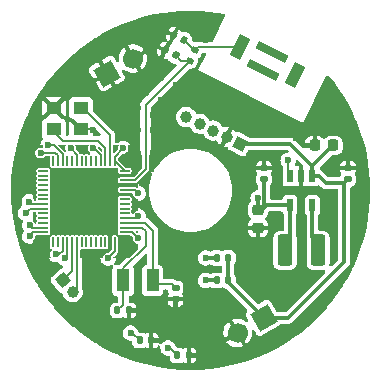
<source format=gbr>
%TF.GenerationSoftware,KiCad,Pcbnew,7.0.5-0*%
%TF.CreationDate,2023-09-08T15:05:08-04:00*%
%TF.ProjectId,rodentdbs,726f6465-6e74-4646-9273-2e6b69636164,rev?*%
%TF.SameCoordinates,Original*%
%TF.FileFunction,Copper,L1,Top*%
%TF.FilePolarity,Positive*%
%FSLAX46Y46*%
G04 Gerber Fmt 4.6, Leading zero omitted, Abs format (unit mm)*
G04 Created by KiCad (PCBNEW 7.0.5-0) date 2023-09-08 15:05:08*
%MOMM*%
%LPD*%
G01*
G04 APERTURE LIST*
G04 Aperture macros list*
%AMRoundRect*
0 Rectangle with rounded corners*
0 $1 Rounding radius*
0 $2 $3 $4 $5 $6 $7 $8 $9 X,Y pos of 4 corners*
0 Add a 4 corners polygon primitive as box body*
4,1,4,$2,$3,$4,$5,$6,$7,$8,$9,$2,$3,0*
0 Add four circle primitives for the rounded corners*
1,1,$1+$1,$2,$3*
1,1,$1+$1,$4,$5*
1,1,$1+$1,$6,$7*
1,1,$1+$1,$8,$9*
0 Add four rect primitives between the rounded corners*
20,1,$1+$1,$2,$3,$4,$5,0*
20,1,$1+$1,$4,$5,$6,$7,0*
20,1,$1+$1,$6,$7,$8,$9,0*
20,1,$1+$1,$8,$9,$2,$3,0*%
%AMHorizOval*
0 Thick line with rounded ends*
0 $1 width*
0 $2 $3 position (X,Y) of the first rounded end (center of the circle)*
0 $4 $5 position (X,Y) of the second rounded end (center of the circle)*
0 Add line between two ends*
20,1,$1,$2,$3,$4,$5,0*
0 Add two circle primitives to create the rounded ends*
1,1,$1,$2,$3*
1,1,$1,$4,$5*%
%AMRotRect*
0 Rectangle, with rotation*
0 The origin of the aperture is its center*
0 $1 length*
0 $2 width*
0 $3 Rotation angle, in degrees counterclockwise*
0 Add horizontal line*
21,1,$1,$2,0,0,$3*%
G04 Aperture macros list end*
%TA.AperFunction,SMDPad,CuDef*%
%ADD10R,0.550000X1.050000*%
%TD*%
%TA.AperFunction,ComponentPad*%
%ADD11RotRect,1.000000X1.000000X243.440000*%
%TD*%
%TA.AperFunction,ComponentPad*%
%ADD12HorizOval,1.000000X0.000000X0.000000X0.000000X0.000000X0*%
%TD*%
%TA.AperFunction,ComponentPad*%
%ADD13RotRect,1.000000X1.000000X40.000000*%
%TD*%
%TA.AperFunction,ComponentPad*%
%ADD14HorizOval,1.000000X0.000000X0.000000X0.000000X0.000000X0*%
%TD*%
%TA.AperFunction,ComponentPad*%
%ADD15RotRect,1.700000X1.700000X300.000000*%
%TD*%
%TA.AperFunction,ComponentPad*%
%ADD16HorizOval,1.700000X0.000000X0.000000X0.000000X0.000000X0*%
%TD*%
%TA.AperFunction,SMDPad,CuDef*%
%ADD17RoundRect,0.250000X-0.375000X-1.075000X0.375000X-1.075000X0.375000X1.075000X-0.375000X1.075000X0*%
%TD*%
%TA.AperFunction,SMDPad,CuDef*%
%ADD18RoundRect,0.140000X0.170000X-0.140000X0.170000X0.140000X-0.170000X0.140000X-0.170000X-0.140000X0*%
%TD*%
%TA.AperFunction,SMDPad,CuDef*%
%ADD19RoundRect,0.225000X0.225000X0.250000X-0.225000X0.250000X-0.225000X-0.250000X0.225000X-0.250000X0*%
%TD*%
%TA.AperFunction,ComponentPad*%
%ADD20RotRect,1.700000X1.700000X120.000000*%
%TD*%
%TA.AperFunction,ComponentPad*%
%ADD21HorizOval,1.700000X0.000000X0.000000X0.000000X0.000000X0*%
%TD*%
%TA.AperFunction,SMDPad,CuDef*%
%ADD22RoundRect,0.225000X-0.250000X0.225000X-0.250000X-0.225000X0.250000X-0.225000X0.250000X0.225000X0*%
%TD*%
%TA.AperFunction,SMDPad,CuDef*%
%ADD23RoundRect,0.147500X-0.147500X-0.172500X0.147500X-0.172500X0.147500X0.172500X-0.147500X0.172500X0*%
%TD*%
%TA.AperFunction,SMDPad,CuDef*%
%ADD24RoundRect,0.147500X0.209080X0.088307X-0.054765X0.220257X-0.209080X-0.088307X0.054765X-0.220257X0*%
%TD*%
%TA.AperFunction,SMDPad,CuDef*%
%ADD25RoundRect,0.147500X0.147500X0.172500X-0.147500X0.172500X-0.147500X-0.172500X0.147500X-0.172500X0*%
%TD*%
%TA.AperFunction,SMDPad,CuDef*%
%ADD26RoundRect,0.140000X-0.201254X-0.089425X0.049175X-0.214667X0.201254X0.089425X-0.049175X0.214667X0*%
%TD*%
%TA.AperFunction,SMDPad,CuDef*%
%ADD27RoundRect,0.140000X0.089425X-0.201254X0.214667X0.049175X-0.089425X0.201254X-0.214667X-0.049175X0*%
%TD*%
%TA.AperFunction,SMDPad,CuDef*%
%ADD28RoundRect,0.140000X-0.140000X-0.170000X0.140000X-0.170000X0.140000X0.170000X-0.140000X0.170000X0*%
%TD*%
%TA.AperFunction,SMDPad,CuDef*%
%ADD29RoundRect,0.140000X-0.170000X0.140000X-0.170000X-0.140000X0.170000X-0.140000X0.170000X0.140000X0*%
%TD*%
%TA.AperFunction,SMDPad,CuDef*%
%ADD30R,1.300000X1.100000*%
%TD*%
%TA.AperFunction,SMDPad,CuDef*%
%ADD31R,1.100000X1.900000*%
%TD*%
%TA.AperFunction,SMDPad,CuDef*%
%ADD32RoundRect,0.050000X0.387500X0.050000X-0.387500X0.050000X-0.387500X-0.050000X0.387500X-0.050000X0*%
%TD*%
%TA.AperFunction,SMDPad,CuDef*%
%ADD33RoundRect,0.050000X0.050000X0.387500X-0.050000X0.387500X-0.050000X-0.387500X0.050000X-0.387500X0*%
%TD*%
%TA.AperFunction,SMDPad,CuDef*%
%ADD34R,5.600000X5.600000*%
%TD*%
%TA.AperFunction,SMDPad,CuDef*%
%ADD35RotRect,1.000000X2.000000X333.440000*%
%TD*%
%TA.AperFunction,SMDPad,CuDef*%
%ADD36RotRect,2.800000X0.700000X333.440000*%
%TD*%
%TA.AperFunction,ViaPad*%
%ADD37C,0.600000*%
%TD*%
%TA.AperFunction,Conductor*%
%ADD38C,0.200000*%
%TD*%
%TA.AperFunction,Conductor*%
%ADD39C,0.300000*%
%TD*%
G04 APERTURE END LIST*
D10*
%TO.P,IC1,1,BATT*%
%TO.N,VCC*%
X156375000Y-125770000D03*
%TO.P,IC1,2,GND*%
%TO.N,GND*%
X155425000Y-125770000D03*
%TO.P,IC1,3,~{SHDN}*%
%TO.N,/rodentdbs_1/{slash}SHDN-BOOST*%
X154475000Y-125770000D03*
%TO.P,IC1,4,OUT*%
%TO.N,/rodentdbs_1/VDDA*%
X154475000Y-128270000D03*
%TO.P,IC1,5,LX*%
%TO.N,Net-(IC1-LX)*%
X156375000Y-128270000D03*
%TD*%
D11*
%TO.P,J6,1,Pin_1*%
%TO.N,VCC*%
X150235890Y-123060193D03*
D12*
%TO.P,J6,2,Pin_2*%
%TO.N,GND*%
X149099917Y-122492332D03*
%TO.P,J6,3,Pin_3*%
%TO.N,/rodentdbs_1/{slash}XRES*%
X147963945Y-121924471D03*
%TO.P,J6,4,Pin_4*%
%TO.N,/rodentdbs_1/SWDCLK*%
X146827972Y-121356610D03*
%TO.P,J6,5,Pin_5*%
%TO.N,/rodentdbs_1/SWDIO*%
X145692000Y-120788749D03*
%TD*%
D13*
%TO.P,J2,1,Pin_1*%
%TO.N,/rodentdbs_1/STIMA*%
X135255000Y-134620000D03*
D14*
%TO.P,J2,2,Pin_2*%
%TO.N,/rodentdbs_1/STIMB*%
X136071340Y-135592876D03*
%TD*%
D15*
%TO.P,J3,1,Pin_1*%
%TO.N,VCC*%
X152229852Y-137795000D03*
D16*
%TO.P,J3,2,Pin_2*%
%TO.N,GND*%
X150030148Y-139065000D03*
%TD*%
D17*
%TO.P,L1,1,1*%
%TO.N,/rodentdbs_1/VDDA*%
X154045000Y-132080000D03*
%TO.P,L1,2,2*%
%TO.N,Net-(IC1-LX)*%
X156845000Y-132080000D03*
%TD*%
D18*
%TO.P,C16,1*%
%TO.N,/rodentdbs_1/VDDA*%
X152270000Y-126070000D03*
%TO.P,C16,2*%
%TO.N,GND*%
X152270000Y-125110000D03*
%TD*%
D19*
%TO.P,C13,1*%
%TO.N,VCC*%
X158115000Y-123190000D03*
%TO.P,C13,2*%
%TO.N,GND*%
X156565000Y-123190000D03*
%TD*%
D20*
%TO.P,J4,1,Pin_1*%
%TO.N,GND*%
X138972122Y-117103026D03*
D21*
%TO.P,J4,2,Pin_2*%
X141171826Y-115833026D03*
%TD*%
D22*
%TO.P,C17,1*%
%TO.N,/rodentdbs_1/VDDA*%
X151765000Y-128625000D03*
%TO.P,C17,2*%
%TO.N,GND*%
X151765000Y-130175000D03*
%TD*%
D18*
%TO.P,C7,2*%
%TO.N,GND*%
X159385000Y-125095000D03*
%TO.P,C7,1*%
%TO.N,VCC*%
X159385000Y-126055000D03*
%TD*%
D23*
%TO.P,FB2,2*%
%TO.N,VCC*%
X149225000Y-132715000D03*
%TO.P,FB2,1*%
%TO.N,/rodentdbs_1/VDDR*%
X148255000Y-132715000D03*
%TD*%
%TO.P,FB1,2*%
%TO.N,VCC*%
X149225000Y-134620000D03*
%TO.P,FB1,1*%
%TO.N,/rodentdbs_1/VDDD*%
X148255000Y-134620000D03*
%TD*%
D24*
%TO.P,L2,2,2*%
%TO.N,GND*%
X143912444Y-115136128D03*
%TO.P,L2,1,1*%
%TO.N,/rodentdbs_1/ANT*%
X144780000Y-115570000D03*
%TD*%
D25*
%TO.P,D2,2,A*%
%TO.N,Net-(D2-A)*%
X144930000Y-140970000D03*
%TO.P,D2,1,K*%
%TO.N,GND*%
X145900000Y-140970000D03*
%TD*%
%TO.P,D1,1,K*%
%TO.N,GND*%
X142725000Y-139700000D03*
%TO.P,D1,2,A*%
%TO.N,Net-(D1-A)*%
X141755000Y-139700000D03*
%TD*%
D26*
%TO.P,C15,2*%
%TO.N,Net-(AE1-FEED)*%
X145504287Y-114300000D03*
%TO.P,C15,1*%
%TO.N,GND*%
X144645673Y-113870600D03*
%TD*%
D27*
%TO.P,C14,1*%
%TO.N,/rodentdbs_1/ANT*%
X145990300Y-115999307D03*
%TO.P,C14,2*%
%TO.N,Net-(AE1-FEED)*%
X146419700Y-115140693D03*
%TD*%
D28*
%TO.P,C11,1*%
%TO.N,/rodentdbs_1/XTAL32I*%
X139855000Y-137160000D03*
%TO.P,C11,2*%
%TO.N,GND*%
X140815000Y-137160000D03*
%TD*%
D29*
%TO.P,C10,1*%
%TO.N,/rodentdbs_1/XTAL32O*%
X144780000Y-135255000D03*
%TO.P,C10,2*%
%TO.N,GND*%
X144780000Y-136215000D03*
%TD*%
D30*
%TO.P,Y2,4,GND*%
%TO.N,GND*%
X134466724Y-120012381D03*
%TO.P,Y2,3,OUT/IN*%
%TO.N,/rodentdbs_1/XTAL24I*%
X136766724Y-120012381D03*
%TO.P,Y2,2,GND*%
%TO.N,GND*%
X136766724Y-121812381D03*
%TO.P,Y2,1,IN/OUT*%
%TO.N,/rodentdbs_1/XTAL24O*%
X134466724Y-121812381D03*
%TD*%
D31*
%TO.P,Y1,1,1*%
%TO.N,/rodentdbs_1/XTAL32O*%
X142835000Y-134620000D03*
%TO.P,Y1,2,2*%
%TO.N,/rodentdbs_1/XTAL32I*%
X140335000Y-134620000D03*
%TD*%
D32*
%TO.P,U2,1,VDDD*%
%TO.N,/rodentdbs_1/VDDD*%
X140467500Y-130550000D03*
%TO.P,U2,2,XTAL32O/P6.0*%
%TO.N,/rodentdbs_1/XTAL32I*%
X140467500Y-130150000D03*
%TO.P,U2,3,XTAL32I/P6.1*%
%TO.N,/rodentdbs_1/XTAL32O*%
X140467500Y-129750000D03*
%TO.P,U2,4,XRES*%
%TO.N,/rodentdbs_1/{slash}XRES*%
X140467500Y-129350000D03*
%TO.P,U2,5,P4.0*%
%TO.N,unconnected-(U2-P4.0-Pad5)*%
X140467500Y-128950000D03*
%TO.P,U2,6,P4.1*%
%TO.N,unconnected-(U2-P4.1-Pad6)*%
X140467500Y-128550000D03*
%TO.P,U2,7,P5.0*%
%TO.N,unconnected-(U2-P5.0-Pad7)*%
X140467500Y-128150000D03*
%TO.P,U2,8,P5.1*%
%TO.N,unconnected-(U2-P5.1-Pad8)*%
X140467500Y-127750000D03*
%TO.P,U2,9,VSSD*%
%TO.N,GND*%
X140467500Y-127350000D03*
%TO.P,U2,10,VDDR*%
%TO.N,/rodentdbs_1/VDDR*%
X140467500Y-126950000D03*
%TO.P,U2,11,GANT1*%
%TO.N,GND*%
X140467500Y-126550000D03*
%TO.P,U2,12,ANT*%
%TO.N,/rodentdbs_1/ANT*%
X140467500Y-126150000D03*
%TO.P,U2,13,GANT2*%
%TO.N,GND*%
X140467500Y-125750000D03*
%TO.P,U2,14,VDDR*%
%TO.N,/rodentdbs_1/VDDR*%
X140467500Y-125350000D03*
D33*
%TO.P,U2,15,VDDR*%
X139630000Y-124512500D03*
%TO.P,U2,16,XTAL24I*%
%TO.N,/rodentdbs_1/XTAL24I*%
X139230000Y-124512500D03*
%TO.P,U2,17,XTAL24O*%
%TO.N,/rodentdbs_1/XTAL24O*%
X138830000Y-124512500D03*
%TO.P,U2,18,VDDR*%
%TO.N,/rodentdbs_1/VDDR*%
X138430000Y-124512500D03*
%TO.P,U2,19,P0.0*%
%TO.N,unconnected-(U2-P0.0-Pad19)*%
X138030000Y-124512500D03*
%TO.P,U2,20,P0.1*%
%TO.N,unconnected-(U2-P0.1-Pad20)*%
X137630000Y-124512500D03*
%TO.P,U2,21,P0.2*%
%TO.N,unconnected-(U2-P0.2-Pad21)*%
X137230000Y-124512500D03*
%TO.P,U2,22,P0.3*%
%TO.N,unconnected-(U2-P0.3-Pad22)*%
X136830000Y-124512500D03*
%TO.P,U2,23,VDDD*%
%TO.N,/rodentdbs_1/VDDD*%
X136430000Y-124512500D03*
%TO.P,U2,24,P0.4*%
%TO.N,unconnected-(U2-P0.4-Pad24)*%
X136030000Y-124512500D03*
%TO.P,U2,25,P0.5*%
%TO.N,unconnected-(U2-P0.5-Pad25)*%
X135630000Y-124512500D03*
%TO.P,U2,26,P0.6*%
%TO.N,/rodentdbs_1/SWDIO*%
X135230000Y-124512500D03*
%TO.P,U2,27,P0.7*%
%TO.N,/rodentdbs_1/SWDCLK*%
X134830000Y-124512500D03*
%TO.P,U2,28,P1.0*%
%TO.N,unconnected-(U2-P1.0-Pad28)*%
X134430000Y-124512500D03*
D32*
%TO.P,U2,29,P1.1*%
%TO.N,unconnected-(U2-P1.1-Pad29)*%
X133592500Y-125350000D03*
%TO.P,U2,30,P1.2*%
%TO.N,unconnected-(U2-P1.2-Pad30)*%
X133592500Y-125750000D03*
%TO.P,U2,31,P1.3*%
%TO.N,unconnected-(U2-P1.3-Pad31)*%
X133592500Y-126150000D03*
%TO.P,U2,32,P1.4*%
%TO.N,unconnected-(U2-P1.4-Pad32)*%
X133592500Y-126550000D03*
%TO.P,U2,33,P1.5*%
%TO.N,unconnected-(U2-P1.5-Pad33)*%
X133592500Y-126950000D03*
%TO.P,U2,34,P1.6*%
%TO.N,unconnected-(U2-P1.6-Pad34)*%
X133592500Y-127350000D03*
%TO.P,U2,35,P1.7*%
%TO.N,unconnected-(U2-P1.7-Pad35)*%
X133592500Y-127750000D03*
%TO.P,U2,36,VDDA*%
%TO.N,/rodentdbs_1/VDDA*%
X133592500Y-128150000D03*
%TO.P,U2,37,P2.0*%
%TO.N,/rodentdbs_1/{slash}SHDN-BOOST*%
X133592500Y-128550000D03*
%TO.P,U2,38,P2.1*%
%TO.N,unconnected-(U2-P2.1-Pad38)*%
X133592500Y-128950000D03*
%TO.P,U2,39,P2.2*%
%TO.N,unconnected-(U2-P2.2-Pad39)*%
X133592500Y-129350000D03*
%TO.P,U2,40,P2.3*%
%TO.N,unconnected-(U2-P2.3-Pad40)*%
X133592500Y-129750000D03*
%TO.P,U2,41,P2.4*%
%TO.N,/rodentdbs_1/LED1*%
X133592500Y-130150000D03*
%TO.P,U2,42,P2.5*%
%TO.N,/rodentdbs_1/LED2*%
X133592500Y-130550000D03*
D33*
%TO.P,U2,43,P2.6*%
%TO.N,unconnected-(U2-P2.6-Pad43)*%
X134430000Y-131387500D03*
%TO.P,U2,44,P2.7*%
%TO.N,unconnected-(U2-P2.7-Pad44)*%
X134830000Y-131387500D03*
%TO.P,U2,45,VREF*%
%TO.N,/rodentdbs_1/VREF*%
X135230000Y-131387500D03*
%TO.P,U2,46,VDDA*%
%TO.N,/rodentdbs_1/VDDA*%
X135630000Y-131387500D03*
%TO.P,U2,47,P3.0*%
%TO.N,/rodentdbs_1/STIMA*%
X136030000Y-131387500D03*
%TO.P,U2,48,P3.1*%
%TO.N,/rodentdbs_1/STIMB*%
X136430000Y-131387500D03*
%TO.P,U2,49,P3.2*%
%TO.N,unconnected-(U2-P3.2-Pad49)*%
X136830000Y-131387500D03*
%TO.P,U2,50,P3.3*%
%TO.N,unconnected-(U2-P3.3-Pad50)*%
X137230000Y-131387500D03*
%TO.P,U2,51,P3.4*%
%TO.N,unconnected-(U2-P3.4-Pad51)*%
X137630000Y-131387500D03*
%TO.P,U2,52,P3.5*%
%TO.N,unconnected-(U2-P3.5-Pad52)*%
X138030000Y-131387500D03*
%TO.P,U2,53,P3.6*%
%TO.N,unconnected-(U2-P3.6-Pad53)*%
X138430000Y-131387500D03*
%TO.P,U2,54,P3.7*%
%TO.N,unconnected-(U2-P3.7-Pad54)*%
X138830000Y-131387500D03*
%TO.P,U2,55,VSSA*%
%TO.N,GND*%
X139230000Y-131387500D03*
%TO.P,U2,56,VCCD*%
%TO.N,/rodentdbs_1/VCCD*%
X139630000Y-131387500D03*
D34*
%TO.P,U2,57,GND_EP*%
%TO.N,GND*%
X137030000Y-127950000D03*
%TD*%
D35*
%TO.P,AE1,1,FEED*%
%TO.N,Net-(AE1-FEED)*%
X150209669Y-114870170D03*
%TO.P,AE1,2*%
%TO.N,N/C*%
X154860895Y-117195270D03*
D36*
%TO.P,AE1,3*%
X152155217Y-116793017D03*
%TO.P,AE1,4*%
X152915347Y-115272423D03*
%TD*%
D37*
%TO.N,GND*%
X135255000Y-129540000D03*
%TO.N,/rodentdbs_1/VCCD*%
X139065000Y-132715000D03*
%TO.N,GND*%
X147955000Y-118110000D03*
X137795000Y-121920000D03*
X134620000Y-118110000D03*
X135255000Y-128270000D03*
X137795000Y-128270000D03*
X137795000Y-125730000D03*
X134620000Y-125730000D03*
X137795000Y-137795000D03*
X147955000Y-137160000D03*
X154305000Y-135255000D03*
X151130000Y-132715000D03*
%TO.N,Net-(D1-A)*%
X140970000Y-139065000D03*
%TO.N,Net-(D2-A)*%
X144145000Y-140335000D03*
%TO.N,/rodentdbs_1/LED1*%
X132430343Y-129916768D03*
%TO.N,/rodentdbs_1/{slash}SHDN-BOOST*%
X154305000Y-124460000D03*
%TO.N,/rodentdbs_1/LED2*%
X132422836Y-130877972D03*
%TO.N,/rodentdbs_1/{slash}SHDN-BOOST*%
X132080000Y-128905000D03*
%TO.N,GND*%
X151130000Y-120650000D03*
X150495000Y-119380000D03*
X151765000Y-120015000D03*
%TO.N,/rodentdbs_1/SWDIO*%
X133985000Y-123190000D03*
%TO.N,/rodentdbs_1/SWDCLK*%
X133350000Y-123825000D03*
%TO.N,GND*%
X158115000Y-120650000D03*
X154940000Y-122555000D03*
X153670000Y-121920000D03*
X152400000Y-121285000D03*
X149860000Y-120015000D03*
X148590000Y-119380000D03*
X146685000Y-118745000D03*
X146685000Y-112395000D03*
X145415000Y-112395000D03*
X147320000Y-114300000D03*
X147955000Y-113030000D03*
X157480000Y-118745000D03*
%TO.N,/rodentdbs_1/VDDA*%
X151765000Y-127635000D03*
X135395378Y-132730875D03*
X132397500Y-127952500D03*
%TO.N,GND*%
X156845000Y-120015000D03*
X149225000Y-118745000D03*
X142875000Y-113030000D03*
X153035000Y-120650000D03*
X154305000Y-121285000D03*
X155575000Y-121920000D03*
X156210000Y-121285000D03*
X146050000Y-117475000D03*
X144780000Y-118110000D03*
X143510000Y-119380000D03*
X143510000Y-117475000D03*
X142240000Y-118745000D03*
X141605000Y-120015000D03*
X142875000Y-120650000D03*
X142875000Y-121920000D03*
X141605000Y-121920000D03*
X142875000Y-123825000D03*
X141605000Y-123825000D03*
%TO.N,/rodentdbs_1/VREF*%
X134620000Y-132412012D03*
%TO.N,/rodentdbs_1/VDDD*%
X135890000Y-123440000D03*
%TO.N,/rodentdbs_1/VDDR*%
X137795000Y-123440000D03*
X140335000Y-123440000D03*
X141605000Y-127250000D03*
%TO.N,/rodentdbs_1/VDDD*%
X147320000Y-134620000D03*
%TO.N,/rodentdbs_1/VDDR*%
X147320000Y-132715000D03*
%TO.N,/rodentdbs_1/{slash}XRES*%
X141605000Y-129155000D03*
%TO.N,/rodentdbs_1/VDDD*%
X141605000Y-131060000D03*
%TD*%
D38*
%TO.N,/rodentdbs_1/VCCD*%
X139630000Y-132150000D02*
X139065000Y-132715000D01*
X139630000Y-131387500D02*
X139630000Y-132150000D01*
%TO.N,GND*%
X136766724Y-121812381D02*
X137687381Y-121812381D01*
X137687381Y-121812381D02*
X137795000Y-121920000D01*
%TO.N,Net-(D1-A)*%
X140970000Y-139065000D02*
X141120000Y-139065000D01*
X141120000Y-139065000D02*
X141755000Y-139700000D01*
%TO.N,Net-(D2-A)*%
X144295000Y-140335000D02*
X144930000Y-140970000D01*
X144145000Y-140335000D02*
X144295000Y-140335000D01*
%TO.N,/rodentdbs_1/VREF*%
X135230000Y-132105000D02*
X134922988Y-132412012D01*
X134922988Y-132412012D02*
X134620000Y-132412012D01*
%TO.N,/rodentdbs_1/LED1*%
X133592500Y-130150000D02*
X132663575Y-130150000D01*
X132663575Y-130150000D02*
X132430343Y-129916768D01*
%TO.N,/rodentdbs_1/{slash}SHDN-BOOST*%
X154305000Y-124460000D02*
X154305000Y-125600000D01*
X154305000Y-125600000D02*
X154475000Y-125770000D01*
%TO.N,/rodentdbs_1/LED2*%
X132750808Y-130550000D02*
X132422836Y-130877972D01*
X133592500Y-130550000D02*
X132750808Y-130550000D01*
%TO.N,/rodentdbs_1/{slash}SHDN-BOOST*%
X132435000Y-128550000D02*
X132080000Y-128905000D01*
X133592500Y-128550000D02*
X132435000Y-128550000D01*
D39*
%TO.N,VCC*%
X150235890Y-123060193D02*
X154505193Y-123060193D01*
X154505193Y-123060193D02*
X156375000Y-124930000D01*
D38*
%TO.N,/rodentdbs_1/SWDIO*%
X135230000Y-123927478D02*
X134492522Y-123190000D01*
X134492522Y-123190000D02*
X133985000Y-123190000D01*
X135230000Y-124512500D02*
X135230000Y-123927478D01*
%TO.N,/rodentdbs_1/SWDCLK*%
X134830000Y-124512500D02*
X134830000Y-124036594D01*
X133360000Y-123815000D02*
X133350000Y-123825000D01*
X134608406Y-123815000D02*
X133360000Y-123815000D01*
X134830000Y-124036594D02*
X134608406Y-123815000D01*
%TO.N,Net-(AE1-FEED)*%
X146419700Y-115140693D02*
X146344980Y-115140693D01*
X146344980Y-115140693D02*
X145504287Y-114300000D01*
%TO.N,/rodentdbs_1/ANT*%
X145990300Y-115999307D02*
X145209307Y-115999307D01*
X145209307Y-115999307D02*
X144780000Y-115570000D01*
X140467500Y-126150000D02*
X141309116Y-126150000D01*
X141309116Y-126150000D02*
X142240000Y-125219116D01*
X142240000Y-119749607D02*
X145990300Y-115999307D01*
X142240000Y-125219116D02*
X142240000Y-119749607D01*
%TO.N,Net-(AE1-FEED)*%
X150209669Y-114870170D02*
X146690223Y-114870170D01*
X146690223Y-114870170D02*
X146419700Y-115140693D01*
D39*
%TO.N,/rodentdbs_1/VDDA*%
X151765000Y-128625000D02*
X151765000Y-127635000D01*
D38*
%TO.N,/rodentdbs_1/STIMB*%
X136430000Y-131387500D02*
X136430000Y-135234216D01*
X136430000Y-135234216D02*
X136071340Y-135592876D01*
%TO.N,/rodentdbs_1/STIMA*%
X136030000Y-131387500D02*
X136030000Y-133845000D01*
X136030000Y-133845000D02*
X135255000Y-134620000D01*
%TO.N,/rodentdbs_1/XTAL32O*%
X142855000Y-134930000D02*
X142855000Y-132100000D01*
X142855000Y-132100000D02*
X142875000Y-132080000D01*
X142875000Y-132080000D02*
X142875000Y-130425000D01*
X142875000Y-130425000D02*
X142200000Y-129750000D01*
X142200000Y-129750000D02*
X140467500Y-129750000D01*
X144780000Y-135255000D02*
X144455000Y-134930000D01*
X144455000Y-134930000D02*
X142855000Y-134930000D01*
%TO.N,/rodentdbs_1/XTAL32I*%
X140467500Y-130150000D02*
X141965000Y-130150000D01*
X142240000Y-131695000D02*
X140355000Y-133580000D01*
X140355000Y-133580000D02*
X140355000Y-134930000D01*
X141965000Y-130150000D02*
X142240000Y-130425000D01*
X142240000Y-130425000D02*
X142240000Y-131695000D01*
X140355000Y-134930000D02*
X140355000Y-136660000D01*
X140355000Y-136660000D02*
X139855000Y-137160000D01*
%TO.N,/rodentdbs_1/VDDA*%
X135630000Y-132496253D02*
X135395378Y-132730875D01*
X135630000Y-131387500D02*
X135630000Y-132496253D01*
X132595000Y-128150000D02*
X132397500Y-127952500D01*
X133592500Y-128150000D02*
X132595000Y-128150000D01*
D39*
%TO.N,VCC*%
X149225000Y-134790148D02*
X152229852Y-137795000D01*
D38*
%TO.N,GND*%
X141605000Y-120015000D02*
X141605000Y-119858746D01*
X142600000Y-124100000D02*
X142875000Y-123825000D01*
X142600000Y-125368233D02*
X142600000Y-124100000D01*
X141880000Y-124100000D02*
X141605000Y-123825000D01*
X141880000Y-125070000D02*
X141880000Y-124100000D01*
%TO.N,/rodentdbs_1/VREF*%
X135230000Y-131387500D02*
X135230000Y-132105000D01*
%TO.N,GND*%
X141200000Y-125750000D02*
X141880000Y-125070000D01*
%TO.N,/rodentdbs_1/VDDR*%
X140467500Y-125350000D02*
X139630000Y-124512500D01*
%TO.N,/rodentdbs_1/XTAL24O*%
X134466724Y-122016724D02*
X135255000Y-122805000D01*
X134466724Y-121812381D02*
X134466724Y-122016724D01*
X138830000Y-124512500D02*
X138830000Y-123440000D01*
X135255000Y-122805000D02*
X138195000Y-122805000D01*
X138195000Y-122805000D02*
X138830000Y-123440000D01*
%TO.N,/rodentdbs_1/XTAL24I*%
X136766724Y-120012381D02*
X136907381Y-120012381D01*
X139230000Y-122335000D02*
X139230000Y-124512500D01*
X136907381Y-120012381D02*
X139230000Y-122335000D01*
%TO.N,/rodentdbs_1/VDDD*%
X136430000Y-123980000D02*
X135890000Y-123440000D01*
X136430000Y-124512500D02*
X136430000Y-123980000D01*
%TO.N,/rodentdbs_1/VDDR*%
X137833406Y-123440000D02*
X137795000Y-123440000D01*
X138430000Y-124036594D02*
X137833406Y-123440000D01*
X138430000Y-124512500D02*
X138430000Y-124036594D01*
X139630000Y-124145000D02*
X140335000Y-123440000D01*
X139630000Y-124512500D02*
X139630000Y-124145000D01*
%TO.N,GND*%
X141418232Y-126550000D02*
X142600000Y-125368233D01*
X140467500Y-126550000D02*
X141418232Y-126550000D01*
X140467500Y-125750000D02*
X141200000Y-125750000D01*
%TO.N,/rodentdbs_1/VDDR*%
X141305000Y-126950000D02*
X141605000Y-127250000D01*
X140467500Y-126950000D02*
X141305000Y-126950000D01*
D39*
%TO.N,/rodentdbs_1/VDDD*%
X148255000Y-134620000D02*
X147320000Y-134620000D01*
%TO.N,/rodentdbs_1/VDDR*%
X148255000Y-132715000D02*
X147320000Y-132715000D01*
D38*
%TO.N,/rodentdbs_1/{slash}XRES*%
X141410000Y-129350000D02*
X141605000Y-129155000D01*
X140467500Y-129350000D02*
X141410000Y-129350000D01*
%TO.N,/rodentdbs_1/VDDD*%
X141095000Y-130550000D02*
X141605000Y-131060000D01*
X140467500Y-130550000D02*
X141095000Y-130550000D01*
D39*
%TO.N,/rodentdbs_1/VDDA*%
X154475000Y-128270000D02*
X152495000Y-128270000D01*
X152495000Y-128270000D02*
X152270000Y-128495000D01*
X151765000Y-128625000D02*
X152140000Y-128625000D01*
X152140000Y-128625000D02*
X152270000Y-128495000D01*
X152270000Y-126070000D02*
X152270000Y-128495000D01*
%TO.N,VCC*%
X149225000Y-133985000D02*
X149225000Y-134620000D01*
X149225000Y-132715000D02*
X149225000Y-133985000D01*
X149225000Y-133985000D02*
X149225000Y-134790148D01*
X159075000Y-126365000D02*
X159075000Y-133025000D01*
X154305000Y-137795000D02*
X152229852Y-137795000D01*
X159075000Y-133025000D02*
X154305000Y-137795000D01*
X156885000Y-125770000D02*
X157480000Y-126365000D01*
X157480000Y-126365000D02*
X159075000Y-126365000D01*
X156375000Y-125770000D02*
X156885000Y-125770000D01*
X159075000Y-126365000D02*
X159385000Y-126055000D01*
X158115000Y-123190000D02*
X156375000Y-124930000D01*
X156375000Y-124930000D02*
X156375000Y-125770000D01*
%TO.N,Net-(IC1-LX)*%
X156375000Y-128270000D02*
X156375000Y-130975000D01*
X156375000Y-130975000D02*
X156845000Y-131445000D01*
%TO.N,/rodentdbs_1/VDDA*%
X154475000Y-128270000D02*
X154475000Y-131015000D01*
X154475000Y-131015000D02*
X154045000Y-131445000D01*
%TD*%
%TA.AperFunction,Conductor*%
%TO.N,GND*%
G36*
X146819028Y-111804988D02*
G01*
X146822163Y-111805147D01*
X147060054Y-111823263D01*
X147587676Y-111863443D01*
X147590769Y-111863757D01*
X148352353Y-111960752D01*
X148355437Y-111961224D01*
X148897981Y-112058465D01*
X148960494Y-112089667D01*
X148996216Y-112149714D01*
X148993803Y-112219542D01*
X148987012Y-112235973D01*
X147929438Y-114351124D01*
X147881851Y-114402283D01*
X147818529Y-114419670D01*
X146719006Y-114419670D01*
X146712067Y-114419280D01*
X146696545Y-114417531D01*
X146673186Y-114414899D01*
X146615895Y-114425740D01*
X146613610Y-114426128D01*
X146555938Y-114434821D01*
X146547755Y-114437345D01*
X146539754Y-114440145D01*
X146528514Y-114446086D01*
X146460045Y-114460006D01*
X146457364Y-114459748D01*
X146325910Y-114445663D01*
X146261350Y-114418948D01*
X146251440Y-114410050D01*
X146226563Y-114385173D01*
X146193078Y-114323850D01*
X146190950Y-114284286D01*
X146200763Y-114192707D01*
X146175669Y-114053910D01*
X146112488Y-113927806D01*
X146016338Y-113824610D01*
X145991617Y-113808736D01*
X145966896Y-113792861D01*
X145632554Y-113625654D01*
X145620748Y-113621255D01*
X145577488Y-113605138D01*
X145577484Y-113605137D01*
X145577483Y-113605137D01*
X145437247Y-113590111D01*
X145437240Y-113590111D01*
X145402065Y-113596471D01*
X145332593Y-113589027D01*
X145278174Y-113545206D01*
X145269140Y-113529994D01*
X145253457Y-113498693D01*
X145157407Y-113395602D01*
X145108018Y-113363889D01*
X145099638Y-113359697D01*
X144725033Y-114108748D01*
X144506603Y-114545513D01*
X144459011Y-114596668D01*
X144391318Y-114613972D01*
X144383664Y-114612021D01*
X144370881Y-114616281D01*
X143991804Y-115374276D01*
X143771513Y-115814760D01*
X143771513Y-115814761D01*
X143787236Y-115822625D01*
X143787245Y-115822629D01*
X143843089Y-115843435D01*
X143843088Y-115843435D01*
X143985328Y-115858675D01*
X144012240Y-115853809D01*
X144081713Y-115861251D01*
X144136133Y-115905071D01*
X144145167Y-115920283D01*
X144157751Y-115945399D01*
X144255370Y-116050173D01*
X144294806Y-116075496D01*
X144305568Y-116082407D01*
X144654610Y-116256966D01*
X144710516Y-116277795D01*
X144725759Y-116279428D01*
X144781641Y-116285415D01*
X144846201Y-116312128D01*
X144886071Y-116369506D01*
X144888591Y-116439330D01*
X144856112Y-116496390D01*
X141941804Y-119410699D01*
X141936617Y-119415334D01*
X141906033Y-119439724D01*
X141906030Y-119439728D01*
X141873171Y-119487920D01*
X141871832Y-119489807D01*
X141837206Y-119536725D01*
X141833216Y-119544274D01*
X141829528Y-119551932D01*
X141812331Y-119607681D01*
X141811607Y-119609882D01*
X141792353Y-119664911D01*
X141790771Y-119673266D01*
X141789500Y-119681707D01*
X141789500Y-119740027D01*
X141789457Y-119742312D01*
X141788745Y-119761358D01*
X141787275Y-119800617D01*
X141788316Y-119809850D01*
X141787485Y-119809943D01*
X141789500Y-119825242D01*
X141789500Y-124981150D01*
X141769815Y-125048189D01*
X141753181Y-125068831D01*
X141605000Y-125217012D01*
X141605000Y-123190000D01*
X140935898Y-123190000D01*
X140915220Y-123135477D01*
X140825483Y-123005470D01*
X140707240Y-122900717D01*
X140707238Y-122900716D01*
X140707237Y-122900715D01*
X140567365Y-122827303D01*
X140413986Y-122789500D01*
X140413985Y-122789500D01*
X140256015Y-122789500D01*
X140256014Y-122789500D01*
X140102634Y-122827303D01*
X139962762Y-122900715D01*
X139886727Y-122968076D01*
X139823493Y-122997797D01*
X139754230Y-122988613D01*
X139700927Y-122943441D01*
X139680507Y-122876621D01*
X139680500Y-122875260D01*
X139680500Y-122363782D01*
X139680889Y-122356843D01*
X139685270Y-122317965D01*
X139674416Y-122260607D01*
X139674037Y-122258367D01*
X139665348Y-122200715D01*
X139665348Y-122200713D01*
X139665346Y-122200709D01*
X139662836Y-122192571D01*
X139660023Y-122184532D01*
X139660023Y-122184528D01*
X139632760Y-122132948D01*
X139631727Y-122130900D01*
X139615508Y-122097220D01*
X139606425Y-122078358D01*
X139606423Y-122078356D01*
X139606423Y-122078355D01*
X139601642Y-122071342D01*
X139596566Y-122064465D01*
X139596565Y-122064462D01*
X139555345Y-122023242D01*
X139553752Y-122021590D01*
X139529286Y-121995221D01*
X139514059Y-121978809D01*
X139506792Y-121973014D01*
X139507312Y-121972361D01*
X139495067Y-121962964D01*
X137803543Y-120271439D01*
X137770058Y-120210116D01*
X137767224Y-120183758D01*
X137767224Y-119429120D01*
X137762260Y-119395054D01*
X137757297Y-119360988D01*
X137705922Y-119255898D01*
X137705920Y-119255896D01*
X137705920Y-119255895D01*
X137623209Y-119173184D01*
X137518115Y-119121807D01*
X137449985Y-119111881D01*
X137449984Y-119111881D01*
X136083464Y-119111881D01*
X136083463Y-119111881D01*
X136015332Y-119121807D01*
X135910238Y-119173184D01*
X135827527Y-119255895D01*
X135776150Y-119360989D01*
X135766224Y-119429120D01*
X135766224Y-120595641D01*
X135776150Y-120663772D01*
X135827527Y-120768866D01*
X135910238Y-120851577D01*
X135910239Y-120851577D01*
X135910241Y-120851579D01*
X136015331Y-120902954D01*
X136083464Y-120912881D01*
X136083468Y-120912881D01*
X136146967Y-120942024D01*
X136153270Y-120947904D01*
X136930066Y-121724699D01*
X136963551Y-121786022D01*
X136958567Y-121855713D01*
X136930066Y-121900061D01*
X136854405Y-121975722D01*
X136793082Y-122009207D01*
X136723390Y-122004223D01*
X136679043Y-121975722D01*
X135805470Y-121102149D01*
X135805469Y-121102150D01*
X135776637Y-121161130D01*
X135776634Y-121161136D01*
X135766724Y-121229161D01*
X135766725Y-122230500D01*
X135747041Y-122297539D01*
X135694237Y-122343294D01*
X135642725Y-122354500D01*
X135591224Y-122354500D01*
X135524185Y-122334815D01*
X135478430Y-122282011D01*
X135467224Y-122230500D01*
X135467224Y-121229120D01*
X135460629Y-121183859D01*
X135457297Y-121160988D01*
X135405922Y-121055898D01*
X135405920Y-121055896D01*
X135405920Y-121055895D01*
X135323209Y-120973184D01*
X135218115Y-120921807D01*
X135149980Y-120911880D01*
X135086479Y-120882736D01*
X135080177Y-120876857D01*
X134466724Y-120263404D01*
X133853270Y-120876857D01*
X133791947Y-120910342D01*
X133783467Y-120911880D01*
X133715332Y-120921807D01*
X133610238Y-120973184D01*
X133527527Y-121055895D01*
X133476150Y-121160989D01*
X133466224Y-121229120D01*
X133466224Y-122395641D01*
X133476150Y-122463772D01*
X133527525Y-122568863D01*
X133531486Y-122574410D01*
X133554419Y-122640409D01*
X133538031Y-122708330D01*
X133512795Y-122739277D01*
X133494516Y-122755470D01*
X133404781Y-122885475D01*
X133404780Y-122885476D01*
X133348763Y-123033180D01*
X133343790Y-123074138D01*
X133316168Y-123138316D01*
X133258234Y-123177372D01*
X133250369Y-123179588D01*
X133208125Y-123190000D01*
X132715000Y-123190000D01*
X132715000Y-123664916D01*
X132713762Y-123668181D01*
X132694721Y-123824999D01*
X132694721Y-123825000D01*
X132713762Y-123981818D01*
X132715000Y-123985082D01*
X132714999Y-127348237D01*
X132648606Y-127347289D01*
X132636882Y-127342448D01*
X132636877Y-127342463D01*
X132629865Y-127339803D01*
X132476486Y-127302000D01*
X132476485Y-127302000D01*
X132318515Y-127302000D01*
X132318514Y-127302000D01*
X132165134Y-127339803D01*
X132025262Y-127413215D01*
X131907016Y-127517971D01*
X131817281Y-127647975D01*
X131817280Y-127647976D01*
X131761262Y-127795681D01*
X131742222Y-127952499D01*
X131742222Y-127952500D01*
X131761263Y-128109318D01*
X131794523Y-128197018D01*
X131799890Y-128266681D01*
X131766743Y-128328187D01*
X131736211Y-128350783D01*
X131707764Y-128365714D01*
X131707760Y-128365717D01*
X131589516Y-128470471D01*
X131499781Y-128600475D01*
X131499780Y-128600476D01*
X131443762Y-128748181D01*
X131424721Y-128904999D01*
X131424721Y-128905000D01*
X131443762Y-129061818D01*
X131477206Y-129150000D01*
X131499780Y-129209523D01*
X131589517Y-129339530D01*
X131707760Y-129444283D01*
X131782344Y-129483428D01*
X131832556Y-129532012D01*
X131848531Y-129600031D01*
X131840660Y-129637195D01*
X131794106Y-129759949D01*
X131775065Y-129916767D01*
X131775065Y-129916768D01*
X131794105Y-130073586D01*
X131824777Y-130154459D01*
X131850123Y-130221291D01*
X131852769Y-130225124D01*
X131919286Y-130321492D01*
X131941169Y-130387847D01*
X131923703Y-130455499D01*
X131919286Y-130462372D01*
X131842617Y-130573447D01*
X131842616Y-130573448D01*
X131786598Y-130721153D01*
X131767558Y-130877971D01*
X131767558Y-130877972D01*
X131786598Y-131034790D01*
X131814953Y-131109554D01*
X131842616Y-131182495D01*
X131932353Y-131312502D01*
X132050596Y-131417255D01*
X132050598Y-131417256D01*
X132190470Y-131490668D01*
X132343850Y-131528472D01*
X132343851Y-131528472D01*
X132501821Y-131528472D01*
X132655201Y-131490668D01*
X132655200Y-131490667D01*
X132715000Y-131459281D01*
X132715000Y-132715000D01*
X134039198Y-132715000D01*
X134039780Y-132716535D01*
X134129517Y-132846542D01*
X134247760Y-132951295D01*
X134247762Y-132951296D01*
X134387634Y-133024708D01*
X134541014Y-133062512D01*
X134541015Y-133062512D01*
X134698987Y-133062512D01*
X134698989Y-133062511D01*
X134731156Y-133054583D01*
X134800958Y-133057651D01*
X134858020Y-133097970D01*
X134862882Y-133104539D01*
X134879504Y-133128620D01*
X134904895Y-133165405D01*
X135023138Y-133270158D01*
X135163013Y-133343571D01*
X135176562Y-133346910D01*
X135179631Y-133347667D01*
X135240012Y-133382823D01*
X135271800Y-133445043D01*
X135264904Y-133514571D01*
X135221513Y-133569334D01*
X135179846Y-133588407D01*
X135175383Y-133589516D01*
X135175384Y-133589516D01*
X135175379Y-133589518D01*
X135116815Y-133625702D01*
X135116810Y-133625705D01*
X135116810Y-133625706D01*
X134299808Y-134311252D01*
X134299806Y-134311253D01*
X134299805Y-134311255D01*
X134253996Y-134362651D01*
X134206515Y-134469558D01*
X134206515Y-134469559D01*
X134196320Y-134586088D01*
X134224515Y-134699613D01*
X134224518Y-134699620D01*
X134260702Y-134758184D01*
X134260706Y-134758190D01*
X134946252Y-135575192D01*
X134997652Y-135621004D01*
X135104558Y-135668484D01*
X135109149Y-135668885D01*
X135123769Y-135670165D01*
X135188839Y-135695616D01*
X135229818Y-135752206D01*
X135234253Y-135767904D01*
X135234843Y-135770679D01*
X135290087Y-135940705D01*
X135290090Y-135940711D01*
X135379481Y-136095541D01*
X135421152Y-136141822D01*
X135499104Y-136228397D01*
X135499107Y-136228399D01*
X135499110Y-136228402D01*
X135643747Y-136333488D01*
X135807073Y-136406205D01*
X135981949Y-136443376D01*
X135981950Y-136443376D01*
X136160729Y-136443376D01*
X136160731Y-136443376D01*
X136335607Y-136406205D01*
X136498933Y-136333488D01*
X136643570Y-136228402D01*
X136763199Y-136095541D01*
X136852590Y-135940711D01*
X136907837Y-135770679D01*
X136926525Y-135592876D01*
X136907837Y-135415073D01*
X136886569Y-135349617D01*
X136880500Y-135311299D01*
X136880500Y-135243810D01*
X136880542Y-135241524D01*
X136882725Y-135183206D01*
X136881685Y-135173974D01*
X136882513Y-135173880D01*
X136880500Y-135158577D01*
X136880500Y-132715000D01*
X138409722Y-132715000D01*
X138428762Y-132871818D01*
X138484780Y-133019522D01*
X138484780Y-133019523D01*
X138574517Y-133149530D01*
X138692760Y-133254283D01*
X138692762Y-133254284D01*
X138832634Y-133327696D01*
X138986014Y-133365500D01*
X138986015Y-133365500D01*
X139143985Y-133365500D01*
X139297365Y-133327696D01*
X139318224Y-133316747D01*
X139386732Y-133303021D01*
X139451786Y-133328512D01*
X139492731Y-133385127D01*
X139496568Y-133454891D01*
X139487253Y-133481002D01*
X139444426Y-133568606D01*
X139444426Y-133568607D01*
X139434500Y-133636739D01*
X139434500Y-135603260D01*
X139444426Y-135671391D01*
X139495803Y-135776485D01*
X139578514Y-135859196D01*
X139578515Y-135859196D01*
X139578517Y-135859198D01*
X139683607Y-135910573D01*
X139717673Y-135915536D01*
X139751739Y-135920500D01*
X139751740Y-135920500D01*
X139780500Y-135920500D01*
X139847539Y-135940185D01*
X139893294Y-135992989D01*
X139904500Y-136044500D01*
X139904500Y-136375500D01*
X139884815Y-136442539D01*
X139832011Y-136488294D01*
X139780501Y-136499500D01*
X139668088Y-136499500D01*
X139668081Y-136499501D01*
X139609664Y-136505780D01*
X139477514Y-136555069D01*
X139477507Y-136555073D01*
X139364597Y-136639597D01*
X139280073Y-136752507D01*
X139280069Y-136752514D01*
X139230782Y-136884661D01*
X139230781Y-136884665D01*
X139224500Y-136943085D01*
X139224500Y-136943092D01*
X139224500Y-136943093D01*
X139224500Y-137376912D01*
X139224501Y-137376918D01*
X139230780Y-137435335D01*
X139280069Y-137567485D01*
X139280070Y-137567487D01*
X139280071Y-137567489D01*
X139364597Y-137680403D01*
X139477511Y-137764929D01*
X139609665Y-137814219D01*
X139668085Y-137820500D01*
X140041914Y-137820499D01*
X140100335Y-137814219D01*
X140232489Y-137764929D01*
X140261107Y-137743505D01*
X140326567Y-137719088D01*
X140394841Y-137733938D01*
X140409729Y-137743506D01*
X140437750Y-137764483D01*
X140569775Y-137813726D01*
X140628113Y-137819999D01*
X140628130Y-137820000D01*
X140637500Y-137820000D01*
X140637500Y-137337500D01*
X140992500Y-137337500D01*
X140992500Y-137820000D01*
X141001870Y-137820000D01*
X141001886Y-137819999D01*
X141060224Y-137813726D01*
X141192249Y-137764483D01*
X141305044Y-137680044D01*
X141389483Y-137567249D01*
X141438726Y-137435224D01*
X141444999Y-137376886D01*
X141445000Y-137376869D01*
X141445000Y-137337500D01*
X140992500Y-137337500D01*
X140637500Y-137337500D01*
X140637500Y-137106500D01*
X140657185Y-137039461D01*
X140709989Y-136993706D01*
X140761500Y-136982500D01*
X141445000Y-136982500D01*
X141445000Y-136943130D01*
X141444999Y-136943113D01*
X141438726Y-136884775D01*
X141389483Y-136752750D01*
X141305044Y-136639955D01*
X141192249Y-136555516D01*
X141060224Y-136506273D01*
X141001886Y-136500000D01*
X140929500Y-136500000D01*
X140862461Y-136480315D01*
X140816706Y-136427511D01*
X140809090Y-136392500D01*
X144120000Y-136392500D01*
X144120000Y-136401886D01*
X144126273Y-136460224D01*
X144175516Y-136592249D01*
X144259955Y-136705044D01*
X144372750Y-136789483D01*
X144504775Y-136838726D01*
X144563113Y-136844999D01*
X144563130Y-136845000D01*
X144602500Y-136845000D01*
X144602500Y-136392500D01*
X144957500Y-136392500D01*
X144957500Y-136845000D01*
X144996870Y-136845000D01*
X144996886Y-136844999D01*
X145055224Y-136838726D01*
X145187249Y-136789483D01*
X145300044Y-136705044D01*
X145384483Y-136592249D01*
X145433726Y-136460224D01*
X145439999Y-136401886D01*
X145440000Y-136401869D01*
X145440000Y-136392500D01*
X144957500Y-136392500D01*
X144602500Y-136392500D01*
X144120000Y-136392500D01*
X140809090Y-136392500D01*
X140805500Y-136376000D01*
X140805500Y-136044010D01*
X140825185Y-135976971D01*
X140877989Y-135931216D01*
X140913947Y-135922021D01*
X140913820Y-135921147D01*
X140918260Y-135920500D01*
X140986393Y-135910573D01*
X141091483Y-135859198D01*
X141174198Y-135776483D01*
X141225573Y-135671393D01*
X141235500Y-135603260D01*
X141235500Y-133636740D01*
X141225573Y-133568607D01*
X141191537Y-133498986D01*
X141179778Y-133430114D01*
X141207122Y-133365816D01*
X141215247Y-133356855D01*
X142192819Y-132379284D01*
X142254142Y-132345799D01*
X142323834Y-132350783D01*
X142379767Y-132392655D01*
X142404184Y-132458119D01*
X142404500Y-132466965D01*
X142404500Y-133195500D01*
X142384815Y-133262539D01*
X142332011Y-133308294D01*
X142280500Y-133319500D01*
X142251739Y-133319500D01*
X142183608Y-133329426D01*
X142078514Y-133380803D01*
X141995803Y-133463514D01*
X141944426Y-133568608D01*
X141934500Y-133636739D01*
X141934500Y-135603260D01*
X141944426Y-135671391D01*
X141995803Y-135776485D01*
X142078514Y-135859196D01*
X142078515Y-135859196D01*
X142078517Y-135859198D01*
X142183607Y-135910573D01*
X142217673Y-135915536D01*
X142251739Y-135920500D01*
X142251740Y-135920500D01*
X143418261Y-135920500D01*
X143440971Y-135917190D01*
X143486393Y-135910573D01*
X143591483Y-135859198D01*
X143674198Y-135776483D01*
X143725573Y-135671393D01*
X143735500Y-135603260D01*
X143735500Y-135504499D01*
X143755185Y-135437461D01*
X143807989Y-135391706D01*
X143859500Y-135380500D01*
X144001514Y-135380500D01*
X144068553Y-135400185D01*
X144114308Y-135452989D01*
X144124804Y-135491247D01*
X144125780Y-135500335D01*
X144175069Y-135632485D01*
X144175073Y-135632492D01*
X144196494Y-135661107D01*
X144220911Y-135726571D01*
X144206059Y-135794844D01*
X144196494Y-135809727D01*
X144175517Y-135837748D01*
X144126273Y-135969775D01*
X144120000Y-136028113D01*
X144120000Y-136037500D01*
X145440000Y-136037500D01*
X145440000Y-136028130D01*
X145439999Y-136028113D01*
X145433726Y-135969775D01*
X145384483Y-135837750D01*
X145363506Y-135809729D01*
X145339088Y-135744265D01*
X145353939Y-135675992D01*
X145363499Y-135661115D01*
X145384929Y-135632489D01*
X145434219Y-135500335D01*
X145440500Y-135441915D01*
X145440499Y-135068086D01*
X145434219Y-135009665D01*
X145384929Y-134877511D01*
X145300403Y-134764597D01*
X145187489Y-134680071D01*
X145187487Y-134680070D01*
X145187485Y-134680069D01*
X145055338Y-134630782D01*
X145055337Y-134630781D01*
X145055335Y-134630781D01*
X144996915Y-134624500D01*
X144996906Y-134624500D01*
X144844229Y-134624500D01*
X144777190Y-134604815D01*
X144772576Y-134601237D01*
X144772558Y-134601265D01*
X144748833Y-134585090D01*
X144716669Y-134563161D01*
X144714803Y-134561836D01*
X144667886Y-134527210D01*
X144667882Y-134527207D01*
X144667877Y-134527205D01*
X144660297Y-134523198D01*
X144652675Y-134519528D01*
X144596941Y-134502337D01*
X144594752Y-134501617D01*
X144576297Y-134495160D01*
X144539695Y-134482352D01*
X144531326Y-134480768D01*
X144522904Y-134479500D01*
X144522902Y-134479500D01*
X144464578Y-134479500D01*
X144462294Y-134479457D01*
X144438402Y-134478563D01*
X144403989Y-134477275D01*
X144394756Y-134478316D01*
X144394662Y-134477486D01*
X144379364Y-134479500D01*
X143859500Y-134479500D01*
X143792461Y-134459815D01*
X143746706Y-134407011D01*
X143735500Y-134355500D01*
X143735500Y-133636739D01*
X143725573Y-133568608D01*
X143725573Y-133568607D01*
X143674198Y-133463517D01*
X143674196Y-133463515D01*
X143674196Y-133463514D01*
X143591485Y-133380803D01*
X143588048Y-133379123D01*
X143486393Y-133329427D01*
X143486391Y-133329426D01*
X143413820Y-133318853D01*
X143414053Y-133317249D01*
X143355064Y-133295162D01*
X143313263Y-133239176D01*
X143305500Y-133195989D01*
X143305500Y-132234768D01*
X143312459Y-132193812D01*
X143322646Y-132164700D01*
X143324228Y-132156336D01*
X143325500Y-132147899D01*
X143325500Y-132089578D01*
X143325542Y-132087294D01*
X143327724Y-132028990D01*
X143327723Y-132028989D01*
X143326684Y-132019761D01*
X143327513Y-132019667D01*
X143325500Y-132004366D01*
X143325500Y-130453782D01*
X143325889Y-130446843D01*
X143330270Y-130407965D01*
X143319416Y-130350607D01*
X143319037Y-130348367D01*
X143314987Y-130321492D01*
X143310348Y-130290713D01*
X143310346Y-130290709D01*
X143307836Y-130282571D01*
X143305023Y-130274532D01*
X143305023Y-130274528D01*
X143277760Y-130222948D01*
X143276727Y-130220900D01*
X143251425Y-130168358D01*
X143251423Y-130168356D01*
X143251423Y-130168355D01*
X143246642Y-130161342D01*
X143241566Y-130154465D01*
X143241565Y-130154462D01*
X143200345Y-130113242D01*
X143198752Y-130111590D01*
X143184597Y-130096334D01*
X143159059Y-130068809D01*
X143151792Y-130063014D01*
X143152312Y-130062361D01*
X143140067Y-130052964D01*
X142538908Y-129451805D01*
X142534271Y-129446617D01*
X142509877Y-129416028D01*
X142486973Y-129400412D01*
X142461669Y-129383161D01*
X142459803Y-129381836D01*
X142412886Y-129347210D01*
X142412882Y-129347207D01*
X142412877Y-129347205D01*
X142405297Y-129343198D01*
X142397675Y-129339528D01*
X142373278Y-129332003D01*
X142341862Y-129322312D01*
X142339698Y-129321598D01*
X142338394Y-129321142D01*
X142338111Y-129321043D01*
X142281393Y-129280241D01*
X142255737Y-129215252D01*
X142256134Y-129189123D01*
X142260278Y-129155000D01*
X142241638Y-129001483D01*
X142241237Y-128998181D01*
X142205897Y-128904999D01*
X142185220Y-128850477D01*
X142095483Y-128720470D01*
X141977240Y-128615717D01*
X141977238Y-128615716D01*
X141977237Y-128615715D01*
X141837365Y-128542303D01*
X141683986Y-128504500D01*
X141683985Y-128504500D01*
X141605000Y-128504500D01*
X141605000Y-127900500D01*
X141683985Y-127900500D01*
X141837365Y-127862696D01*
X141896767Y-127831519D01*
X141977240Y-127789283D01*
X142095483Y-127684530D01*
X142185220Y-127554523D01*
X142241237Y-127406818D01*
X142260278Y-127250000D01*
X142258863Y-127238342D01*
X142241237Y-127093181D01*
X142217851Y-127031518D01*
X142185220Y-126945477D01*
X142095483Y-126815470D01*
X141977240Y-126710717D01*
X141977238Y-126710716D01*
X141977237Y-126710715D01*
X141837365Y-126637303D01*
X141747218Y-126615085D01*
X141686837Y-126579929D01*
X141655048Y-126517710D01*
X141661944Y-126448181D01*
X141689209Y-126407009D01*
X142538205Y-125558012D01*
X142543373Y-125553393D01*
X142573970Y-125528995D01*
X142579200Y-125521323D01*
X142633223Y-125477022D01*
X142702626Y-125468959D01*
X142765371Y-125499699D01*
X142801536Y-125559481D01*
X142799639Y-125629325D01*
X142797418Y-125635610D01*
X142692452Y-125909055D01*
X142596807Y-126266004D01*
X142596807Y-126266006D01*
X142539002Y-126630977D01*
X142519662Y-126999999D01*
X142519662Y-127000000D01*
X142539002Y-127369022D01*
X142582492Y-127643608D01*
X142596808Y-127733999D01*
X142664523Y-127986715D01*
X142692451Y-128090941D01*
X142824877Y-128435921D01*
X142992640Y-128765173D01*
X143193891Y-129075073D01*
X143193895Y-129075078D01*
X143193897Y-129075081D01*
X143426448Y-129362257D01*
X143687743Y-129623552D01*
X143974919Y-129856103D01*
X143974923Y-129856105D01*
X143974926Y-129856108D01*
X144284826Y-130057359D01*
X144284831Y-130057362D01*
X144614082Y-130225124D01*
X144820723Y-130304446D01*
X144938144Y-130349520D01*
X144959066Y-130357551D01*
X145316001Y-130453192D01*
X145680979Y-130510998D01*
X146029589Y-130529268D01*
X146049999Y-130530338D01*
X146050000Y-130530338D01*
X146050001Y-130530338D01*
X146069340Y-130529324D01*
X146419021Y-130510998D01*
X146783999Y-130453192D01*
X147140934Y-130357551D01*
X147154092Y-130352500D01*
X150940000Y-130352500D01*
X150940000Y-130437697D01*
X150954800Y-130550104D01*
X150954801Y-130550108D01*
X151012736Y-130689978D01*
X151104905Y-130810094D01*
X151225021Y-130902263D01*
X151364891Y-130960198D01*
X151364895Y-130960199D01*
X151477302Y-130974999D01*
X151477317Y-130975000D01*
X151587500Y-130975000D01*
X151587500Y-130352500D01*
X151942500Y-130352500D01*
X151942500Y-130975000D01*
X152052683Y-130975000D01*
X152052697Y-130974999D01*
X152165104Y-130960199D01*
X152165108Y-130960198D01*
X152304978Y-130902263D01*
X152425094Y-130810094D01*
X152517263Y-130689978D01*
X152575198Y-130550108D01*
X152575199Y-130550104D01*
X152589999Y-130437697D01*
X152590000Y-130437683D01*
X152590000Y-130352500D01*
X151942500Y-130352500D01*
X151587500Y-130352500D01*
X150940000Y-130352500D01*
X147154092Y-130352500D01*
X147485918Y-130225124D01*
X147815169Y-130057362D01*
X148125081Y-129856103D01*
X148412257Y-129623552D01*
X148673552Y-129362257D01*
X148906103Y-129075081D01*
X149027772Y-128887727D01*
X150939500Y-128887727D01*
X150944619Y-128926605D01*
X150954042Y-128998181D01*
X150954313Y-129000235D01*
X150954313Y-129000236D01*
X150974720Y-129049504D01*
X151012302Y-129140233D01*
X151104549Y-129260451D01*
X151158618Y-129301940D01*
X151199819Y-129358366D01*
X151203974Y-129428112D01*
X151169761Y-129489033D01*
X151158618Y-129498689D01*
X151104906Y-129539904D01*
X151012736Y-129660021D01*
X150954801Y-129799891D01*
X150954800Y-129799895D01*
X150940000Y-129912302D01*
X150940000Y-129997500D01*
X152590000Y-129997500D01*
X152590000Y-129912316D01*
X152589999Y-129912302D01*
X152575199Y-129799895D01*
X152575198Y-129799891D01*
X152517263Y-129660021D01*
X152425092Y-129539903D01*
X152371382Y-129498689D01*
X152330180Y-129442261D01*
X152326025Y-129372515D01*
X152360238Y-129311595D01*
X152371372Y-129301947D01*
X152425451Y-129260451D01*
X152517698Y-129140233D01*
X152575687Y-129000236D01*
X152585380Y-128926602D01*
X152613646Y-128862708D01*
X152614449Y-128861768D01*
X152635108Y-128837925D01*
X152638108Y-128834705D01*
X152666002Y-128806814D01*
X152727327Y-128773332D01*
X152753678Y-128770500D01*
X153733842Y-128770500D01*
X153800881Y-128790185D01*
X153846636Y-128842989D01*
X153856546Y-128876622D01*
X153859426Y-128896391D01*
X153859427Y-128896393D01*
X153910802Y-129001483D01*
X153938181Y-129028862D01*
X153971666Y-129090183D01*
X153974500Y-129116543D01*
X153974500Y-130280500D01*
X153954815Y-130347539D01*
X153902011Y-130393294D01*
X153850501Y-130404500D01*
X153630636Y-130404500D01*
X153513246Y-130419953D01*
X153513237Y-130419956D01*
X153367160Y-130480463D01*
X153241718Y-130576718D01*
X153145463Y-130702160D01*
X153084956Y-130848237D01*
X153084955Y-130848239D01*
X153069501Y-130965629D01*
X153069501Y-130965636D01*
X153069500Y-130965645D01*
X153069500Y-133194363D01*
X153084953Y-133311753D01*
X153084956Y-133311762D01*
X153123194Y-133404078D01*
X153145464Y-133457841D01*
X153241718Y-133583282D01*
X153367159Y-133679536D01*
X153513238Y-133740044D01*
X153630639Y-133755500D01*
X154459360Y-133755499D01*
X154459363Y-133755499D01*
X154576753Y-133740046D01*
X154576757Y-133740044D01*
X154576762Y-133740044D01*
X154722841Y-133679536D01*
X154848282Y-133583282D01*
X154944536Y-133457841D01*
X155005044Y-133311762D01*
X155020500Y-133194361D01*
X155020499Y-130965640D01*
X155020499Y-130965639D01*
X155020499Y-130965636D01*
X155005046Y-130848246D01*
X155005044Y-130848239D01*
X155005044Y-130848238D01*
X154990037Y-130812008D01*
X154984939Y-130799699D01*
X154975500Y-130752247D01*
X154975500Y-129116543D01*
X154995185Y-129049504D01*
X155011815Y-129028865D01*
X155039198Y-129001483D01*
X155090573Y-128896393D01*
X155100500Y-128828260D01*
X155100500Y-127711740D01*
X155096535Y-127684530D01*
X155091210Y-127647977D01*
X155090573Y-127643607D01*
X155039198Y-127538517D01*
X155039196Y-127538515D01*
X155039196Y-127538514D01*
X154956485Y-127455803D01*
X154851391Y-127404426D01*
X154783261Y-127394500D01*
X154783260Y-127394500D01*
X154166740Y-127394500D01*
X154166739Y-127394500D01*
X154098608Y-127404426D01*
X153993514Y-127455803D01*
X153910803Y-127538514D01*
X153859426Y-127643608D01*
X153856546Y-127663378D01*
X153827402Y-127726879D01*
X153768553Y-127764543D01*
X153733842Y-127769500D01*
X152894500Y-127769500D01*
X152827461Y-127749815D01*
X152781706Y-127697011D01*
X152770500Y-127645500D01*
X152770500Y-126628260D01*
X152790185Y-126561221D01*
X152795215Y-126553974D01*
X152874929Y-126447489D01*
X152924219Y-126315335D01*
X152930500Y-126256915D01*
X152930499Y-125883086D01*
X152924219Y-125824665D01*
X152918624Y-125809665D01*
X152874930Y-125692514D01*
X152874929Y-125692511D01*
X152853504Y-125663890D01*
X152829088Y-125598428D01*
X152843940Y-125530155D01*
X152853507Y-125515269D01*
X152874483Y-125487249D01*
X152874484Y-125487247D01*
X152923726Y-125355224D01*
X152929999Y-125296886D01*
X152930000Y-125296869D01*
X152930000Y-125287500D01*
X151610000Y-125287500D01*
X151610000Y-125296886D01*
X151616273Y-125355224D01*
X151665516Y-125487248D01*
X151686494Y-125515272D01*
X151710910Y-125580737D01*
X151696058Y-125649010D01*
X151686496Y-125663889D01*
X151665072Y-125692509D01*
X151665069Y-125692514D01*
X151615782Y-125824661D01*
X151615781Y-125824665D01*
X151609500Y-125883085D01*
X151609500Y-125883092D01*
X151609500Y-125883093D01*
X151609500Y-126256911D01*
X151609501Y-126256918D01*
X151615780Y-126315335D01*
X151665069Y-126447485D01*
X151665070Y-126447486D01*
X151665071Y-126447489D01*
X151744768Y-126553952D01*
X151769184Y-126619414D01*
X151769500Y-126628260D01*
X151769500Y-126866774D01*
X151749815Y-126933813D01*
X151697011Y-126979568D01*
X151675175Y-126987171D01*
X151532633Y-127022304D01*
X151392762Y-127095715D01*
X151274516Y-127200471D01*
X151184781Y-127330475D01*
X151184780Y-127330476D01*
X151128762Y-127478181D01*
X151109722Y-127634999D01*
X151109722Y-127635000D01*
X151128762Y-127791814D01*
X151128762Y-127791816D01*
X151148694Y-127844372D01*
X151154060Y-127914036D01*
X151120911Y-127975541D01*
X151108241Y-127986715D01*
X151104552Y-127989545D01*
X151012300Y-128109770D01*
X150954313Y-128249763D01*
X150954313Y-128249764D01*
X150939500Y-128362272D01*
X150939500Y-128887727D01*
X149027772Y-128887727D01*
X149107362Y-128765169D01*
X149275124Y-128435918D01*
X149407551Y-128090934D01*
X149503192Y-127733999D01*
X149560998Y-127369021D01*
X149580338Y-127000000D01*
X149560998Y-126630979D01*
X149503192Y-126266001D01*
X149407551Y-125909066D01*
X149275124Y-125564082D01*
X149107362Y-125234831D01*
X149101881Y-125226391D01*
X148911027Y-124932500D01*
X151610000Y-124932500D01*
X152092500Y-124932500D01*
X152092500Y-124480000D01*
X152447500Y-124480000D01*
X152447500Y-124932500D01*
X152930000Y-124932500D01*
X152930000Y-124923130D01*
X152929999Y-124923113D01*
X152923726Y-124864775D01*
X152874483Y-124732750D01*
X152790044Y-124619955D01*
X152677249Y-124535516D01*
X152545224Y-124486273D01*
X152486886Y-124480000D01*
X152447500Y-124480000D01*
X152092500Y-124480000D01*
X152053113Y-124480000D01*
X151994775Y-124486273D01*
X151862750Y-124535516D01*
X151749955Y-124619955D01*
X151665516Y-124732750D01*
X151616273Y-124864775D01*
X151610000Y-124923113D01*
X151610000Y-124932500D01*
X148911027Y-124932500D01*
X148906108Y-124924926D01*
X148906105Y-124924923D01*
X148906103Y-124924919D01*
X148673552Y-124637743D01*
X148412257Y-124376448D01*
X148125081Y-124143897D01*
X148125078Y-124143895D01*
X148125073Y-124143891D01*
X147815173Y-123942640D01*
X147485921Y-123774877D01*
X147140941Y-123642451D01*
X147091667Y-123629248D01*
X146783999Y-123546808D01*
X146783995Y-123546807D01*
X146783994Y-123546807D01*
X146419022Y-123489002D01*
X146050001Y-123469662D01*
X146049999Y-123469662D01*
X145680977Y-123489002D01*
X145316006Y-123546807D01*
X145316004Y-123546807D01*
X144959058Y-123642451D01*
X144614078Y-123774877D01*
X144284826Y-123942640D01*
X143974926Y-124143891D01*
X143687747Y-124376444D01*
X143687739Y-124376451D01*
X143426451Y-124637739D01*
X143426444Y-124637747D01*
X143193891Y-124924926D01*
X142992638Y-125234828D01*
X142992632Y-125234839D01*
X142921686Y-125374078D01*
X142873712Y-125424874D01*
X142805891Y-125441669D01*
X142739756Y-125419131D01*
X142696305Y-125364416D01*
X142691174Y-125313254D01*
X142687298Y-125313110D01*
X142687356Y-125311556D01*
X142689650Y-125298057D01*
X142689470Y-125296263D01*
X142689114Y-125296210D01*
X142690500Y-125287015D01*
X142690500Y-125228710D01*
X142690542Y-125226424D01*
X142692725Y-125168106D01*
X142691685Y-125158874D01*
X142692513Y-125158780D01*
X142690500Y-125143477D01*
X142690500Y-120788749D01*
X144836815Y-120788749D01*
X144855503Y-120966554D01*
X144855504Y-120966556D01*
X144910747Y-121136578D01*
X144910750Y-121136584D01*
X145000141Y-121291414D01*
X145041812Y-121337695D01*
X145119764Y-121424270D01*
X145119767Y-121424272D01*
X145119770Y-121424275D01*
X145264407Y-121529361D01*
X145427733Y-121602078D01*
X145602609Y-121639249D01*
X145781389Y-121639249D01*
X145781391Y-121639249D01*
X145900557Y-121613919D01*
X145970221Y-121619235D01*
X146025955Y-121661371D01*
X146044266Y-121696889D01*
X146046718Y-121704435D01*
X146046722Y-121704445D01*
X146136113Y-121859275D01*
X146172837Y-121900061D01*
X146255736Y-121992131D01*
X146255739Y-121992133D01*
X146255742Y-121992136D01*
X146400379Y-122097222D01*
X146563705Y-122169939D01*
X146738581Y-122207110D01*
X146917361Y-122207110D01*
X146917363Y-122207110D01*
X147036530Y-122181780D01*
X147106195Y-122187096D01*
X147161928Y-122229233D01*
X147180239Y-122264750D01*
X147182691Y-122272296D01*
X147182695Y-122272306D01*
X147272086Y-122427136D01*
X147313757Y-122473417D01*
X147391709Y-122559992D01*
X147391712Y-122559994D01*
X147391715Y-122559997D01*
X147536352Y-122665083D01*
X147699678Y-122737800D01*
X147874554Y-122774971D01*
X148053334Y-122774971D01*
X148053336Y-122774971D01*
X148172993Y-122749537D01*
X148242659Y-122754853D01*
X148298393Y-122796990D01*
X148316704Y-122832509D01*
X148319123Y-122839955D01*
X148319126Y-122839962D01*
X148408462Y-122994697D01*
X148408466Y-122994702D01*
X148528021Y-123127483D01*
X148569061Y-123157299D01*
X148817169Y-122660978D01*
X148887788Y-122745137D01*
X148987046Y-122802444D01*
X149071481Y-122817332D01*
X149128353Y-122817332D01*
X149136622Y-122815873D01*
X148886622Y-123315984D01*
X149010578Y-123342332D01*
X149125751Y-123342332D01*
X149192790Y-123362017D01*
X149238545Y-123414821D01*
X149243384Y-123427109D01*
X149251086Y-123450210D01*
X149251087Y-123450211D01*
X149322113Y-123543152D01*
X149322118Y-123543157D01*
X149364493Y-123572662D01*
X149378619Y-123582498D01*
X150332585Y-124059376D01*
X150397967Y-124080961D01*
X150514938Y-124081997D01*
X150625908Y-124044996D01*
X150718851Y-123973968D01*
X150758195Y-123917464D01*
X150902271Y-123629247D01*
X150949854Y-123578085D01*
X151013185Y-123560693D01*
X154246517Y-123560693D01*
X154313556Y-123580378D01*
X154334198Y-123597012D01*
X154335005Y-123597819D01*
X154368490Y-123659142D01*
X154363506Y-123728834D01*
X154321634Y-123784767D01*
X154256170Y-123809184D01*
X154247324Y-123809500D01*
X154226014Y-123809500D01*
X154072634Y-123847303D01*
X153932762Y-123920715D01*
X153814516Y-124025471D01*
X153724781Y-124155475D01*
X153724780Y-124155476D01*
X153668762Y-124303181D01*
X153649722Y-124459999D01*
X153649722Y-124460000D01*
X153668762Y-124616818D01*
X153724780Y-124764523D01*
X153724781Y-124764524D01*
X153814518Y-124894532D01*
X153819491Y-124900145D01*
X153818044Y-124901426D01*
X153849850Y-124952120D01*
X153854500Y-124985759D01*
X153854500Y-125168439D01*
X153853205Y-125186304D01*
X153849500Y-125211740D01*
X153849500Y-125211745D01*
X153849500Y-125211746D01*
X153849500Y-126328260D01*
X153859426Y-126396391D01*
X153910803Y-126501485D01*
X153993514Y-126584196D01*
X153993515Y-126584196D01*
X153993517Y-126584198D01*
X154098607Y-126635573D01*
X154110481Y-126637303D01*
X154166739Y-126645500D01*
X154166740Y-126645500D01*
X154783255Y-126645500D01*
X154783260Y-126645500D01*
X154851393Y-126635573D01*
X154896110Y-126613712D01*
X154964979Y-126601953D01*
X155005030Y-126613713D01*
X155048750Y-126635087D01*
X155116785Y-126644999D01*
X155247499Y-126644999D01*
X155247500Y-126644998D01*
X155247500Y-124895000D01*
X155116786Y-124895000D01*
X155048749Y-124904912D01*
X155045781Y-124905830D01*
X155042099Y-124905881D01*
X155039221Y-124906301D01*
X155039165Y-124905922D01*
X154975918Y-124906811D01*
X154916615Y-124869866D01*
X154886700Y-124806725D01*
X154893235Y-124743387D01*
X154941237Y-124616818D01*
X154955231Y-124501558D01*
X154982854Y-124437380D01*
X155040788Y-124398323D01*
X155110641Y-124396788D01*
X155166009Y-124428823D01*
X155566182Y-124828996D01*
X155599666Y-124890317D01*
X155602500Y-124916675D01*
X155602500Y-126644999D01*
X155733218Y-126644999D01*
X155801251Y-126635086D01*
X155844968Y-126613714D01*
X155913841Y-126601953D01*
X155953890Y-126613712D01*
X155956698Y-126615085D01*
X155998607Y-126635573D01*
X156066739Y-126645500D01*
X156683260Y-126645500D01*
X156683261Y-126645500D01*
X156705971Y-126642191D01*
X156751393Y-126635573D01*
X156856483Y-126584198D01*
X156856483Y-126584197D01*
X156865714Y-126579685D01*
X156867296Y-126582922D01*
X156915690Y-126566095D01*
X156983614Y-126582469D01*
X157009451Y-126602265D01*
X157078614Y-126671428D01*
X157095246Y-126692066D01*
X157097854Y-126696125D01*
X157097857Y-126696128D01*
X157137067Y-126730103D01*
X157140283Y-126733097D01*
X157151407Y-126744221D01*
X157151412Y-126744224D01*
X157151417Y-126744229D01*
X157163979Y-126753633D01*
X157167427Y-126756411D01*
X157188530Y-126774696D01*
X157206627Y-126790377D01*
X157211010Y-126792379D01*
X157233807Y-126805905D01*
X157237669Y-126808796D01*
X157286295Y-126826932D01*
X157290351Y-126828612D01*
X157312457Y-126838708D01*
X157337540Y-126850164D01*
X157337541Y-126850164D01*
X157337543Y-126850165D01*
X157342312Y-126850850D01*
X157368002Y-126857407D01*
X157372517Y-126859091D01*
X157424258Y-126862791D01*
X157428657Y-126863264D01*
X157444201Y-126865500D01*
X157459906Y-126865500D01*
X157464328Y-126865657D01*
X157516073Y-126869359D01*
X157520784Y-126868334D01*
X157547143Y-126865500D01*
X158450500Y-126865500D01*
X158517539Y-126885185D01*
X158563294Y-126937989D01*
X158574500Y-126989500D01*
X158574500Y-132766324D01*
X158554815Y-132833363D01*
X158538181Y-132854005D01*
X158021592Y-133370593D01*
X157960269Y-133404078D01*
X157890577Y-133399094D01*
X157834644Y-133357222D01*
X157810227Y-133291758D01*
X157810971Y-133266736D01*
X157820500Y-133194361D01*
X157820499Y-130965640D01*
X157820499Y-130965639D01*
X157820499Y-130965636D01*
X157805046Y-130848246D01*
X157805044Y-130848239D01*
X157805044Y-130848238D01*
X157744536Y-130702159D01*
X157648282Y-130576718D01*
X157522841Y-130480464D01*
X157419592Y-130437697D01*
X157376762Y-130419956D01*
X157376760Y-130419955D01*
X157259370Y-130404501D01*
X157259367Y-130404500D01*
X157259361Y-130404500D01*
X157259354Y-130404500D01*
X156999500Y-130404500D01*
X156932461Y-130384815D01*
X156886706Y-130332011D01*
X156875500Y-130280500D01*
X156875500Y-129116543D01*
X156895185Y-129049504D01*
X156911815Y-129028865D01*
X156939198Y-129001483D01*
X156990573Y-128896393D01*
X157000500Y-128828260D01*
X157000500Y-127711740D01*
X156996535Y-127684530D01*
X156991210Y-127647977D01*
X156990573Y-127643607D01*
X156939198Y-127538517D01*
X156939196Y-127538515D01*
X156939196Y-127538514D01*
X156856485Y-127455803D01*
X156751391Y-127404426D01*
X156683261Y-127394500D01*
X156683260Y-127394500D01*
X156066740Y-127394500D01*
X156066739Y-127394500D01*
X155998608Y-127404426D01*
X155893514Y-127455803D01*
X155810803Y-127538514D01*
X155759426Y-127643608D01*
X155749500Y-127711739D01*
X155749500Y-128828260D01*
X155759426Y-128896391D01*
X155759427Y-128896393D01*
X155810802Y-129001483D01*
X155838181Y-129028862D01*
X155871666Y-129090183D01*
X155874500Y-129116543D01*
X155874500Y-130907857D01*
X155871667Y-130934207D01*
X155870641Y-130938927D01*
X155870641Y-130938932D01*
X155870491Y-130941024D01*
X155869836Y-130963082D01*
X155869500Y-130965636D01*
X155869500Y-133194363D01*
X155884953Y-133311753D01*
X155884956Y-133311762D01*
X155923194Y-133404078D01*
X155945464Y-133457841D01*
X156041718Y-133583282D01*
X156167159Y-133679536D01*
X156313238Y-133740044D01*
X156430639Y-133755500D01*
X157259360Y-133755499D01*
X157331728Y-133745972D01*
X157400762Y-133756738D01*
X157453018Y-133803118D01*
X157471903Y-133870387D01*
X157451422Y-133937187D01*
X157435593Y-133956592D01*
X154134005Y-137258181D01*
X154072682Y-137291666D01*
X154046324Y-137294500D01*
X153398697Y-137294500D01*
X153331658Y-137274815D01*
X153291310Y-137232500D01*
X153270795Y-137196967D01*
X152827885Y-136429824D01*
X152785222Y-136375783D01*
X152688185Y-136310460D01*
X152575194Y-136280184D01*
X152575193Y-136280184D01*
X152458497Y-136288236D01*
X152394530Y-136313705D01*
X152394520Y-136313711D01*
X151882161Y-136609520D01*
X151814261Y-136625993D01*
X151748234Y-136603140D01*
X151732480Y-136589814D01*
X149906819Y-134764153D01*
X149873334Y-134702830D01*
X149870500Y-134676472D01*
X149870500Y-134399878D01*
X149870500Y-134399868D01*
X149864123Y-134340554D01*
X149854770Y-134315477D01*
X149814080Y-134206382D01*
X149814078Y-134206379D01*
X149798426Y-134185471D01*
X149750233Y-134121092D01*
X149725816Y-134055627D01*
X149725500Y-134046781D01*
X149725500Y-133288218D01*
X149745185Y-133221179D01*
X149750226Y-133213916D01*
X149814079Y-133128620D01*
X149864123Y-132994446D01*
X149870500Y-132935132D01*
X149870500Y-132494868D01*
X149864123Y-132435554D01*
X149864121Y-132435548D01*
X149814080Y-132301382D01*
X149814079Y-132301380D01*
X149800010Y-132282586D01*
X149728260Y-132186740D01*
X149620557Y-132106114D01*
X149613619Y-132100920D01*
X149613617Y-132100919D01*
X149479450Y-132050878D01*
X149479451Y-132050878D01*
X149479447Y-132050877D01*
X149479446Y-132050877D01*
X149420132Y-132044500D01*
X149420123Y-132044500D01*
X149029876Y-132044500D01*
X149029868Y-132044500D01*
X148970554Y-132050877D01*
X148970552Y-132050877D01*
X148970548Y-132050878D01*
X148836382Y-132100919D01*
X148836376Y-132100922D01*
X148814309Y-132117442D01*
X148748844Y-132141858D01*
X148680572Y-132127005D01*
X148665691Y-132117442D01*
X148643623Y-132100922D01*
X148643617Y-132100919D01*
X148509450Y-132050878D01*
X148509451Y-132050878D01*
X148509447Y-132050877D01*
X148509446Y-132050877D01*
X148450132Y-132044500D01*
X148450123Y-132044500D01*
X148059876Y-132044500D01*
X148059868Y-132044500D01*
X148000554Y-132050877D01*
X148000552Y-132050877D01*
X148000548Y-132050878D01*
X147866382Y-132100919D01*
X147866375Y-132100923D01*
X147798518Y-132151721D01*
X147733054Y-132176138D01*
X147666582Y-132162250D01*
X147552365Y-132102303D01*
X147398986Y-132064500D01*
X147398985Y-132064500D01*
X147241015Y-132064500D01*
X147241014Y-132064500D01*
X147087634Y-132102303D01*
X146947762Y-132175715D01*
X146829516Y-132280471D01*
X146739781Y-132410475D01*
X146739780Y-132410476D01*
X146683762Y-132558181D01*
X146664722Y-132714999D01*
X146664722Y-132715000D01*
X146683762Y-132871818D01*
X146739779Y-133019523D01*
X146739780Y-133019523D01*
X146829517Y-133149530D01*
X146947760Y-133254283D01*
X146947762Y-133254284D01*
X147087634Y-133327696D01*
X147241014Y-133365500D01*
X147398985Y-133365500D01*
X147552365Y-133327696D01*
X147666583Y-133267748D01*
X147735091Y-133254023D01*
X147798518Y-133278277D01*
X147864533Y-133327696D01*
X147866379Y-133329078D01*
X147866382Y-133329080D01*
X147932097Y-133353590D01*
X147970592Y-133367948D01*
X148000549Y-133379121D01*
X148000548Y-133379121D01*
X148000554Y-133379123D01*
X148059868Y-133385500D01*
X148450122Y-133385500D01*
X148450132Y-133385500D01*
X148509446Y-133379123D01*
X148539408Y-133367948D01*
X148557165Y-133361325D01*
X148626857Y-133356340D01*
X148688180Y-133389824D01*
X148721666Y-133451147D01*
X148724500Y-133477506D01*
X148724500Y-133857493D01*
X148704815Y-133924532D01*
X148652011Y-133970287D01*
X148582853Y-133980231D01*
X148557167Y-133973675D01*
X148509451Y-133955878D01*
X148509447Y-133955877D01*
X148509446Y-133955877D01*
X148450132Y-133949500D01*
X148450123Y-133949500D01*
X148059876Y-133949500D01*
X148059868Y-133949500D01*
X148000554Y-133955877D01*
X148000552Y-133955877D01*
X148000548Y-133955878D01*
X147866382Y-134005919D01*
X147866375Y-134005923D01*
X147798518Y-134056721D01*
X147733054Y-134081138D01*
X147666582Y-134067250D01*
X147552365Y-134007303D01*
X147398986Y-133969500D01*
X147398985Y-133969500D01*
X147241015Y-133969500D01*
X147241014Y-133969500D01*
X147087634Y-134007303D01*
X146947762Y-134080715D01*
X146829516Y-134185471D01*
X146739781Y-134315475D01*
X146739780Y-134315476D01*
X146683762Y-134463181D01*
X146664722Y-134619999D01*
X146664722Y-134620000D01*
X146683762Y-134776818D01*
X146721952Y-134877514D01*
X146739780Y-134924523D01*
X146829517Y-135054530D01*
X146947760Y-135159283D01*
X146959860Y-135165633D01*
X147087634Y-135232696D01*
X147241014Y-135270500D01*
X147398985Y-135270500D01*
X147552365Y-135232696D01*
X147666583Y-135172748D01*
X147735091Y-135159023D01*
X147798518Y-135183277D01*
X147844311Y-135217558D01*
X147866379Y-135234078D01*
X147866382Y-135234080D01*
X148000549Y-135284121D01*
X148000548Y-135284121D01*
X148000554Y-135284123D01*
X148059868Y-135290500D01*
X148450122Y-135290500D01*
X148450132Y-135290500D01*
X148509446Y-135284123D01*
X148643620Y-135234079D01*
X148665689Y-135217557D01*
X148731153Y-135193141D01*
X148799426Y-135207992D01*
X148814311Y-135217558D01*
X148836380Y-135234079D01*
X148836382Y-135234080D01*
X148970554Y-135284123D01*
X148972552Y-135284338D01*
X148974001Y-135284938D01*
X148978105Y-135285908D01*
X148977947Y-135286572D01*
X149037104Y-135311072D01*
X149046985Y-135319947D01*
X150801274Y-137074236D01*
X150834759Y-137135559D01*
X150829775Y-137205251D01*
X150814245Y-137230452D01*
X150816013Y-137231642D01*
X150810636Y-137239629D01*
X150810635Y-137239630D01*
X150798147Y-137258181D01*
X150745312Y-137336666D01*
X150715036Y-137449657D01*
X150715036Y-137449658D01*
X150723088Y-137566354D01*
X150748557Y-137630321D01*
X150748562Y-137630331D01*
X150922662Y-137931880D01*
X150939135Y-137999780D01*
X150916282Y-138065807D01*
X150861361Y-138108998D01*
X150791808Y-138115639D01*
X150749997Y-138099307D01*
X150567327Y-137986202D01*
X150567325Y-137986201D01*
X150359952Y-137905865D01*
X150141341Y-137865000D01*
X149918955Y-137865000D01*
X149700340Y-137905865D01*
X149590458Y-137948433D01*
X149590457Y-137948434D01*
X149950108Y-138571366D01*
X149887833Y-138580320D01*
X149757048Y-138640048D01*
X149648387Y-138734202D01*
X149640914Y-138745830D01*
X149281643Y-138123554D01*
X149139537Y-138253102D01*
X149005516Y-138430574D01*
X148906388Y-138629649D01*
X148845526Y-138843560D01*
X148825007Y-139064999D01*
X148825007Y-139065000D01*
X148845526Y-139286439D01*
X148906386Y-139500345D01*
X148909673Y-139506945D01*
X149533116Y-139146999D01*
X149570655Y-139274844D01*
X149648387Y-139395798D01*
X149713886Y-139452552D01*
X149090765Y-139812312D01*
X149139536Y-139876896D01*
X149139538Y-139876899D01*
X149303886Y-140026721D01*
X149492968Y-140143797D01*
X149492970Y-140143798D01*
X149700343Y-140224134D01*
X149918955Y-140265000D01*
X150141341Y-140265000D01*
X150359954Y-140224134D01*
X150469837Y-140181565D01*
X150110187Y-139558633D01*
X150172463Y-139549680D01*
X150303248Y-139489952D01*
X150411909Y-139395798D01*
X150419381Y-139384170D01*
X150778651Y-140006445D01*
X150920756Y-139876899D01*
X151054779Y-139699425D01*
X151153907Y-139500350D01*
X151214769Y-139286439D01*
X151235288Y-139065000D01*
X151235289Y-139065000D01*
X151222227Y-138924042D01*
X151235642Y-138855472D01*
X151283999Y-138805040D01*
X151351945Y-138788757D01*
X151417907Y-138811794D01*
X151453085Y-138850600D01*
X151576869Y-139065000D01*
X151631819Y-139160176D01*
X151674482Y-139214217D01*
X151771519Y-139279540D01*
X151884510Y-139309816D01*
X152001208Y-139301763D01*
X152065176Y-139276293D01*
X153595028Y-138393033D01*
X153649069Y-138350370D01*
X153649144Y-138350257D01*
X153649267Y-138350155D01*
X153655619Y-138343304D01*
X153656518Y-138344137D01*
X153702909Y-138305636D01*
X153752011Y-138295500D01*
X154237857Y-138295500D01*
X154264215Y-138298334D01*
X154268927Y-138299359D01*
X154320671Y-138295657D01*
X154325094Y-138295500D01*
X154340799Y-138295500D01*
X154356342Y-138293264D01*
X154360740Y-138292791D01*
X154412483Y-138289091D01*
X154416992Y-138287408D01*
X154442685Y-138280850D01*
X154447457Y-138280165D01*
X154494646Y-138258613D01*
X154498728Y-138256922D01*
X154527638Y-138246140D01*
X154547329Y-138238797D01*
X154547329Y-138238796D01*
X154547331Y-138238796D01*
X154551189Y-138235907D01*
X154573995Y-138222375D01*
X154578373Y-138220377D01*
X154617564Y-138186416D01*
X154621014Y-138183637D01*
X154623930Y-138181453D01*
X154633593Y-138174221D01*
X154644720Y-138163092D01*
X154647925Y-138160109D01*
X154687143Y-138126128D01*
X154689751Y-138122068D01*
X154706381Y-138101431D01*
X159381431Y-133426381D01*
X159402068Y-133409751D01*
X159406128Y-133407143D01*
X159440109Y-133367925D01*
X159443092Y-133364720D01*
X159454221Y-133353593D01*
X159463637Y-133341014D01*
X159466417Y-133337564D01*
X159473469Y-133329426D01*
X159500377Y-133298373D01*
X159502375Y-133293995D01*
X159515907Y-133271189D01*
X159518796Y-133267331D01*
X159523663Y-133254283D01*
X159536919Y-133218738D01*
X159538614Y-133214645D01*
X159547134Y-133195989D01*
X159560165Y-133167457D01*
X159560850Y-133162685D01*
X159567409Y-133136992D01*
X159567731Y-133136129D01*
X159569091Y-133132483D01*
X159572791Y-133080740D01*
X159573265Y-133076340D01*
X159575500Y-133060799D01*
X159575500Y-133045094D01*
X159575658Y-133040669D01*
X159576035Y-133035398D01*
X159579359Y-132988927D01*
X159578332Y-132984206D01*
X159575500Y-132957858D01*
X159575500Y-126796955D01*
X159595185Y-126729916D01*
X159647989Y-126684161D01*
X159656168Y-126680773D01*
X159660335Y-126679219D01*
X159792489Y-126629929D01*
X159905403Y-126545403D01*
X159989929Y-126432489D01*
X160039219Y-126300335D01*
X160045500Y-126241915D01*
X160045499Y-125868086D01*
X160039219Y-125809665D01*
X160029584Y-125783833D01*
X159989930Y-125677514D01*
X159989929Y-125677511D01*
X159968504Y-125648890D01*
X159944088Y-125583428D01*
X159958940Y-125515155D01*
X159968507Y-125500269D01*
X159989483Y-125472249D01*
X159989484Y-125472247D01*
X160038726Y-125340224D01*
X160044999Y-125281886D01*
X160045000Y-125281869D01*
X160045000Y-125272500D01*
X158725000Y-125272500D01*
X158725000Y-125281886D01*
X158731273Y-125340224D01*
X158780516Y-125472248D01*
X158801494Y-125500272D01*
X158825910Y-125565737D01*
X158811058Y-125634010D01*
X158801496Y-125648889D01*
X158780072Y-125677509D01*
X158780069Y-125677514D01*
X158740415Y-125783833D01*
X158698544Y-125839767D01*
X158633079Y-125864184D01*
X158624233Y-125864500D01*
X157738676Y-125864500D01*
X157671637Y-125844815D01*
X157650995Y-125828181D01*
X157286385Y-125463571D01*
X157269750Y-125442928D01*
X157267145Y-125438874D01*
X157267142Y-125438871D01*
X157250558Y-125424501D01*
X157227932Y-125404896D01*
X157224700Y-125401886D01*
X157213596Y-125390782D01*
X157213588Y-125390775D01*
X157201013Y-125381362D01*
X157197583Y-125378598D01*
X157158373Y-125344623D01*
X157158371Y-125344622D01*
X157158367Y-125344619D01*
X157153983Y-125342617D01*
X157131194Y-125329096D01*
X157127331Y-125326204D01*
X157127329Y-125326203D01*
X157078710Y-125308069D01*
X157074639Y-125306382D01*
X157071414Y-125304909D01*
X157018621Y-125259144D01*
X157000247Y-125210008D01*
X156990573Y-125143607D01*
X156989607Y-125141631D01*
X156989168Y-125139061D01*
X156987730Y-125134407D01*
X156988341Y-125134218D01*
X156977846Y-125072758D01*
X157005188Y-125008460D01*
X157013314Y-124999498D01*
X157095312Y-124917500D01*
X158725000Y-124917500D01*
X159207500Y-124917500D01*
X159207500Y-124465000D01*
X159562500Y-124465000D01*
X159562500Y-124917500D01*
X160045000Y-124917500D01*
X160045000Y-124908130D01*
X160044999Y-124908113D01*
X160038726Y-124849775D01*
X159989483Y-124717750D01*
X159905044Y-124604955D01*
X159792249Y-124520516D01*
X159660224Y-124471273D01*
X159601886Y-124465000D01*
X159562500Y-124465000D01*
X159207500Y-124465000D01*
X159168113Y-124465000D01*
X159109775Y-124471273D01*
X158977750Y-124520516D01*
X158864955Y-124604955D01*
X158780516Y-124717750D01*
X158731273Y-124849775D01*
X158725000Y-124908113D01*
X158725000Y-124917500D01*
X157095312Y-124917500D01*
X157960994Y-124051819D01*
X158022318Y-124018334D01*
X158048676Y-124015500D01*
X158377713Y-124015500D01*
X158377720Y-124015500D01*
X158490236Y-124000687D01*
X158630233Y-123942698D01*
X158750451Y-123850451D01*
X158842698Y-123730233D01*
X158900687Y-123590236D01*
X158915500Y-123477720D01*
X158915500Y-122902280D01*
X158900687Y-122789764D01*
X158842698Y-122649767D01*
X158750451Y-122529549D01*
X158630233Y-122437302D01*
X158630229Y-122437300D01*
X158566801Y-122411027D01*
X158490236Y-122379313D01*
X158472606Y-122376992D01*
X158377727Y-122364500D01*
X158377720Y-122364500D01*
X157852280Y-122364500D01*
X157852272Y-122364500D01*
X157739764Y-122379313D01*
X157739763Y-122379313D01*
X157599770Y-122437300D01*
X157599767Y-122437301D01*
X157599767Y-122437302D01*
X157479549Y-122529549D01*
X157479548Y-122529550D01*
X157438060Y-122583618D01*
X157381631Y-122624820D01*
X157311885Y-122628974D01*
X157250965Y-122594761D01*
X157241309Y-122583617D01*
X157200094Y-122529905D01*
X157079978Y-122437736D01*
X156940108Y-122379801D01*
X156940104Y-122379800D01*
X156827697Y-122365000D01*
X156742500Y-122365000D01*
X156742500Y-123243500D01*
X156722815Y-123310539D01*
X156670011Y-123356294D01*
X156618500Y-123367500D01*
X155765000Y-123367500D01*
X155730338Y-123402162D01*
X155669015Y-123435647D01*
X155599323Y-123430663D01*
X155554976Y-123402162D01*
X155165314Y-123012500D01*
X155765000Y-123012500D01*
X156387500Y-123012500D01*
X156387500Y-122365000D01*
X156302302Y-122365000D01*
X156189895Y-122379800D01*
X156189891Y-122379801D01*
X156050021Y-122437736D01*
X155929905Y-122529905D01*
X155837736Y-122650021D01*
X155779801Y-122789891D01*
X155779800Y-122789895D01*
X155765000Y-122902302D01*
X155765000Y-123012500D01*
X155165314Y-123012500D01*
X154906578Y-122753764D01*
X154889943Y-122733121D01*
X154887338Y-122729067D01*
X154887335Y-122729064D01*
X154880340Y-122723003D01*
X154848125Y-122695089D01*
X154844893Y-122692079D01*
X154833789Y-122680975D01*
X154833781Y-122680968D01*
X154821206Y-122671555D01*
X154817776Y-122668791D01*
X154778566Y-122634816D01*
X154778564Y-122634815D01*
X154778560Y-122634812D01*
X154774176Y-122632810D01*
X154751387Y-122619289D01*
X154747524Y-122616397D01*
X154747522Y-122616396D01*
X154698909Y-122598264D01*
X154694835Y-122596576D01*
X154647650Y-122575028D01*
X154647648Y-122575027D01*
X154642875Y-122574341D01*
X154617193Y-122567786D01*
X154612678Y-122566102D01*
X154560933Y-122562400D01*
X154556536Y-122561927D01*
X154540992Y-122559693D01*
X154525287Y-122559693D01*
X154520864Y-122559535D01*
X154503276Y-122558277D01*
X154469122Y-122555834D01*
X154469118Y-122555834D01*
X154464408Y-122556859D01*
X154438050Y-122559693D01*
X151163395Y-122559693D01*
X151096356Y-122540008D01*
X151093395Y-122538027D01*
X151093167Y-122537892D01*
X151093166Y-122537891D01*
X151093161Y-122537888D01*
X150139195Y-122061010D01*
X150073813Y-122039425D01*
X150073809Y-122039424D01*
X149956846Y-122038389D01*
X149956845Y-122038389D01*
X149956842Y-122038389D01*
X149956840Y-122038389D01*
X149956837Y-122038390D01*
X149937532Y-122044827D01*
X149867708Y-122047357D01*
X149807600Y-122011735D01*
X149795315Y-121995129D01*
X149795189Y-121995221D01*
X149791367Y-121989961D01*
X149671810Y-121857178D01*
X149630771Y-121827362D01*
X149382663Y-122323684D01*
X149312046Y-122239527D01*
X149212788Y-122182220D01*
X149128353Y-122167332D01*
X149071481Y-122167332D01*
X149063209Y-122168790D01*
X149313209Y-121668678D01*
X149189255Y-121642332D01*
X149010578Y-121642332D01*
X148891516Y-121667639D01*
X148821849Y-121662323D01*
X148766115Y-121620186D01*
X148747803Y-121584664D01*
X148746233Y-121579832D01*
X148745195Y-121576636D01*
X148655804Y-121421806D01*
X148536180Y-121288949D01*
X148536177Y-121288947D01*
X148536176Y-121288946D01*
X148536175Y-121288945D01*
X148391538Y-121183859D01*
X148228212Y-121111142D01*
X148228210Y-121111141D01*
X148100539Y-121084004D01*
X148053336Y-121073971D01*
X148053335Y-121073971D01*
X147874553Y-121073971D01*
X147755387Y-121099300D01*
X147685720Y-121093984D01*
X147629987Y-121051847D01*
X147611676Y-121016327D01*
X147609223Y-121008777D01*
X147591470Y-120978028D01*
X147519831Y-120853945D01*
X147461128Y-120788749D01*
X147400207Y-120721088D01*
X147400204Y-120721086D01*
X147400203Y-120721085D01*
X147400202Y-120721084D01*
X147255565Y-120615998D01*
X147092239Y-120543281D01*
X147092237Y-120543280D01*
X146964566Y-120516143D01*
X146917363Y-120506110D01*
X146917362Y-120506110D01*
X146738582Y-120506110D01*
X146738581Y-120506110D01*
X146686581Y-120517162D01*
X146619416Y-120531439D01*
X146549748Y-120526123D01*
X146494015Y-120483986D01*
X146475704Y-120448466D01*
X146473251Y-120440916D01*
X146392509Y-120301067D01*
X146383859Y-120286084D01*
X146315457Y-120210116D01*
X146264235Y-120153227D01*
X146264232Y-120153225D01*
X146264231Y-120153224D01*
X146264230Y-120153223D01*
X146119593Y-120048137D01*
X145956267Y-119975420D01*
X145956265Y-119975419D01*
X145828594Y-119948282D01*
X145781391Y-119938249D01*
X145781390Y-119938249D01*
X145602610Y-119938249D01*
X145602609Y-119938249D01*
X145571954Y-119944764D01*
X145427733Y-119975419D01*
X145427728Y-119975421D01*
X145264408Y-120048136D01*
X145119768Y-120153224D01*
X145000140Y-120286085D01*
X144910750Y-120440913D01*
X144910747Y-120440919D01*
X144855504Y-120610941D01*
X144855503Y-120610943D01*
X144836815Y-120788749D01*
X142690500Y-120788749D01*
X142690500Y-119987571D01*
X142710185Y-119920532D01*
X142726814Y-119899895D01*
X145905126Y-116721582D01*
X145966447Y-116688099D01*
X146006015Y-116685971D01*
X146048210Y-116690491D01*
X146097593Y-116695783D01*
X146236390Y-116670689D01*
X146362494Y-116607508D01*
X146465690Y-116511358D01*
X146497438Y-116461917D01*
X146664648Y-116127568D01*
X146685162Y-116072508D01*
X146700189Y-115932264D01*
X146695272Y-115905071D01*
X146693922Y-115897600D01*
X146701364Y-115828128D01*
X146745184Y-115773708D01*
X146760390Y-115764677D01*
X146791894Y-115748894D01*
X146895090Y-115652744D01*
X146926838Y-115603303D01*
X146960966Y-115535061D01*
X147033910Y-115389206D01*
X147081502Y-115338051D01*
X147144814Y-115320670D01*
X147244029Y-115320670D01*
X147311068Y-115340355D01*
X147356823Y-115393159D01*
X147366767Y-115462317D01*
X147354938Y-115500124D01*
X146685000Y-116840000D01*
X155575000Y-121285000D01*
X157557016Y-117320965D01*
X157604602Y-117269808D01*
X157672294Y-117252498D01*
X157738598Y-117274533D01*
X157764024Y-117298058D01*
X157886544Y-117448317D01*
X158080269Y-117685903D01*
X158082192Y-117688387D01*
X158536578Y-118307178D01*
X158538372Y-118309756D01*
X158960838Y-118950772D01*
X158962485Y-118953415D01*
X159351948Y-119615017D01*
X159353472Y-119617764D01*
X159708927Y-120298247D01*
X159710302Y-120301050D01*
X160004812Y-120942024D01*
X160030823Y-120998634D01*
X160032062Y-121001521D01*
X160316848Y-121714467D01*
X160317939Y-121717413D01*
X160566241Y-122443846D01*
X160567182Y-122446844D01*
X160778380Y-123184949D01*
X160779167Y-123187991D01*
X160952701Y-123935806D01*
X160953334Y-123938884D01*
X161088774Y-124694561D01*
X161089250Y-124697667D01*
X161186239Y-125459207D01*
X161186557Y-125462333D01*
X161244852Y-126227836D01*
X161245011Y-126230973D01*
X161264460Y-126998430D01*
X161264460Y-127001570D01*
X161245011Y-127769026D01*
X161244852Y-127772163D01*
X161186557Y-128537666D01*
X161186239Y-128540792D01*
X161089250Y-129302332D01*
X161088774Y-129305438D01*
X160953334Y-130061115D01*
X160952701Y-130064193D01*
X160779167Y-130812008D01*
X160778380Y-130815050D01*
X160567182Y-131553155D01*
X160566241Y-131556153D01*
X160317939Y-132282586D01*
X160316848Y-132285532D01*
X160032062Y-132998478D01*
X160030823Y-133001365D01*
X159854324Y-133385500D01*
X159760585Y-133589516D01*
X159710311Y-133698932D01*
X159708927Y-133701752D01*
X159353472Y-134382235D01*
X159351948Y-134384982D01*
X158962485Y-135046584D01*
X158960826Y-135049244D01*
X158888305Y-135159284D01*
X158538373Y-135690242D01*
X158536578Y-135692821D01*
X158082192Y-136311612D01*
X158080269Y-136314096D01*
X157595120Y-136909084D01*
X157593074Y-136911468D01*
X157078403Y-137481131D01*
X157076238Y-137483408D01*
X156533408Y-138026238D01*
X156531131Y-138028403D01*
X155961468Y-138543074D01*
X155959084Y-138545120D01*
X155364096Y-139030269D01*
X155361612Y-139032192D01*
X154742821Y-139486578D01*
X154740242Y-139488373D01*
X154365750Y-139735185D01*
X154114960Y-139900470D01*
X154099251Y-139910823D01*
X154096584Y-139912485D01*
X153434982Y-140301948D01*
X153432235Y-140303472D01*
X152751752Y-140658927D01*
X152748932Y-140660311D01*
X152051365Y-140980823D01*
X152048478Y-140982062D01*
X151335532Y-141266848D01*
X151332586Y-141267939D01*
X150606153Y-141516241D01*
X150603155Y-141517182D01*
X149865050Y-141728380D01*
X149862008Y-141729167D01*
X149114193Y-141902701D01*
X149111115Y-141903334D01*
X148355438Y-142038774D01*
X148352332Y-142039250D01*
X147590792Y-142136239D01*
X147587666Y-142136557D01*
X146822163Y-142194852D01*
X146819026Y-142195011D01*
X146051571Y-142214460D01*
X146048429Y-142214460D01*
X145280973Y-142195011D01*
X145277836Y-142194852D01*
X144512333Y-142136557D01*
X144509207Y-142136239D01*
X143747667Y-142039250D01*
X143744561Y-142038774D01*
X142988884Y-141903334D01*
X142985806Y-141902701D01*
X142237991Y-141729167D01*
X142234949Y-141728380D01*
X141496844Y-141517182D01*
X141493846Y-141516241D01*
X140767413Y-141267939D01*
X140764467Y-141266848D01*
X140051521Y-140982062D01*
X140048634Y-140980823D01*
X139976536Y-140947696D01*
X139351050Y-140660302D01*
X139348247Y-140658927D01*
X138667764Y-140303472D01*
X138665017Y-140301948D01*
X138003415Y-139912485D01*
X138000772Y-139910838D01*
X137359756Y-139488372D01*
X137357178Y-139486578D01*
X136811556Y-139085921D01*
X136783066Y-139065000D01*
X140314722Y-139065000D01*
X140333762Y-139221818D01*
X140367136Y-139309816D01*
X140389780Y-139369523D01*
X140479517Y-139499530D01*
X140597760Y-139604283D01*
X140597762Y-139604284D01*
X140737634Y-139677696D01*
X140891014Y-139715500D01*
X140985500Y-139715500D01*
X141052539Y-139735185D01*
X141098294Y-139787989D01*
X141109500Y-139839500D01*
X141109500Y-139920132D01*
X141113694Y-139959138D01*
X141115878Y-139979451D01*
X141165919Y-140113617D01*
X141165920Y-140113619D01*
X141165921Y-140113620D01*
X141251740Y-140228260D01*
X141365786Y-140313634D01*
X141366380Y-140314079D01*
X141366382Y-140314080D01*
X141453968Y-140346747D01*
X141499232Y-140363630D01*
X141500549Y-140364121D01*
X141500548Y-140364121D01*
X141500554Y-140364123D01*
X141559868Y-140370500D01*
X141950122Y-140370500D01*
X141950132Y-140370500D01*
X142009446Y-140364123D01*
X142143620Y-140314079D01*
X142166108Y-140297244D01*
X142231567Y-140272828D01*
X142299841Y-140287679D01*
X142314728Y-140297246D01*
X142336622Y-140313636D01*
X142336621Y-140313636D01*
X142470654Y-140363628D01*
X142470659Y-140363629D01*
X142529905Y-140369999D01*
X142902500Y-140369999D01*
X142920083Y-140369999D01*
X142920092Y-140369998D01*
X142979337Y-140363630D01*
X143113380Y-140313634D01*
X143227902Y-140227902D01*
X143277583Y-140161538D01*
X143333517Y-140119667D01*
X143403209Y-140114683D01*
X143464532Y-140148168D01*
X143498016Y-140209491D01*
X143499946Y-140250795D01*
X143489722Y-140334999D01*
X143489722Y-140335000D01*
X143508762Y-140491818D01*
X143564780Y-140639522D01*
X143564780Y-140639523D01*
X143654517Y-140769530D01*
X143772760Y-140874283D01*
X143772762Y-140874284D01*
X143912634Y-140947696D01*
X144066014Y-140985500D01*
X144160500Y-140985500D01*
X144227539Y-141005185D01*
X144273294Y-141057989D01*
X144284500Y-141109499D01*
X144284500Y-141190132D01*
X144290877Y-141249446D01*
X144290878Y-141249451D01*
X144340919Y-141383617D01*
X144340920Y-141383619D01*
X144340921Y-141383620D01*
X144426740Y-141498260D01*
X144506114Y-141557679D01*
X144541380Y-141584079D01*
X144541382Y-141584080D01*
X144628968Y-141616747D01*
X144674232Y-141633630D01*
X144675549Y-141634121D01*
X144675548Y-141634121D01*
X144675554Y-141634123D01*
X144734868Y-141640500D01*
X145125122Y-141640500D01*
X145125132Y-141640500D01*
X145184446Y-141634123D01*
X145318620Y-141584079D01*
X145341108Y-141567244D01*
X145406567Y-141542828D01*
X145474841Y-141557679D01*
X145489728Y-141567246D01*
X145511622Y-141583636D01*
X145511621Y-141583636D01*
X145645654Y-141633628D01*
X145645659Y-141633629D01*
X145704905Y-141639999D01*
X145722499Y-141639998D01*
X145722500Y-141639997D01*
X145722500Y-141147500D01*
X146077500Y-141147500D01*
X146077500Y-141639999D01*
X146095083Y-141639999D01*
X146095092Y-141639998D01*
X146154337Y-141633630D01*
X146288380Y-141583634D01*
X146402902Y-141497902D01*
X146488636Y-141383377D01*
X146538628Y-141249345D01*
X146538629Y-141249340D01*
X146544999Y-141190103D01*
X146545000Y-141190086D01*
X146545000Y-141147500D01*
X146077500Y-141147500D01*
X145722500Y-141147500D01*
X145722500Y-140300000D01*
X146077500Y-140300000D01*
X146077500Y-140792500D01*
X146544999Y-140792500D01*
X146544999Y-140749916D01*
X146544998Y-140749907D01*
X146538630Y-140690662D01*
X146488634Y-140556619D01*
X146402902Y-140442097D01*
X146288376Y-140356363D01*
X146288378Y-140356363D01*
X146154345Y-140306371D01*
X146154340Y-140306370D01*
X146095103Y-140300000D01*
X146077500Y-140300000D01*
X145722500Y-140300000D01*
X145722500Y-140299999D01*
X145704929Y-140300000D01*
X145704910Y-140300001D01*
X145645661Y-140306369D01*
X145645659Y-140306370D01*
X145511624Y-140356362D01*
X145489722Y-140372757D01*
X145424256Y-140397170D01*
X145355984Y-140382315D01*
X145341106Y-140372753D01*
X145318624Y-140355923D01*
X145318617Y-140355919D01*
X145184450Y-140305878D01*
X145184451Y-140305878D01*
X145184447Y-140305877D01*
X145184446Y-140305877D01*
X145125132Y-140299500D01*
X145125123Y-140299500D01*
X144947965Y-140299500D01*
X144880926Y-140279815D01*
X144860284Y-140263181D01*
X144803696Y-140206593D01*
X144775435Y-140162883D01*
X144756752Y-140113620D01*
X144725220Y-140030477D01*
X144635483Y-139900470D01*
X144517240Y-139795717D01*
X144517238Y-139795716D01*
X144517237Y-139795715D01*
X144377365Y-139722303D01*
X144223986Y-139684500D01*
X144223985Y-139684500D01*
X144066015Y-139684500D01*
X144066014Y-139684500D01*
X143912634Y-139722303D01*
X143772762Y-139795715D01*
X143654516Y-139900471D01*
X143596050Y-139985174D01*
X143541767Y-140029164D01*
X143472318Y-140036824D01*
X143409754Y-140005721D01*
X143373936Y-139945730D01*
X143370000Y-139914734D01*
X143370000Y-139877500D01*
X142902500Y-139877500D01*
X142902500Y-140369999D01*
X142529905Y-140369999D01*
X142547499Y-140369998D01*
X142547500Y-140369997D01*
X142547500Y-139030000D01*
X142902500Y-139030000D01*
X142902500Y-139522500D01*
X143369999Y-139522500D01*
X143369999Y-139479916D01*
X143369998Y-139479907D01*
X143363630Y-139420662D01*
X143313634Y-139286619D01*
X143227902Y-139172097D01*
X143113376Y-139086363D01*
X143113378Y-139086363D01*
X142979345Y-139036371D01*
X142979340Y-139036370D01*
X142920103Y-139030000D01*
X142902500Y-139030000D01*
X142547500Y-139030000D01*
X142547500Y-139029999D01*
X142529929Y-139030000D01*
X142529910Y-139030001D01*
X142470661Y-139036369D01*
X142470659Y-139036370D01*
X142336624Y-139086362D01*
X142314722Y-139102757D01*
X142249256Y-139127170D01*
X142180984Y-139112315D01*
X142166106Y-139102753D01*
X142143624Y-139085923D01*
X142143617Y-139085919D01*
X142009450Y-139035878D01*
X142009451Y-139035878D01*
X142009447Y-139035877D01*
X142009446Y-139035877D01*
X141950132Y-139029500D01*
X141950123Y-139029500D01*
X141772965Y-139029500D01*
X141705926Y-139009815D01*
X141685284Y-138993181D01*
X141628696Y-138936593D01*
X141600435Y-138892883D01*
X141581729Y-138843560D01*
X141550220Y-138760477D01*
X141460483Y-138630470D01*
X141342240Y-138525717D01*
X141342238Y-138525716D01*
X141342237Y-138525715D01*
X141202365Y-138452303D01*
X141048986Y-138414500D01*
X141048985Y-138414500D01*
X140891015Y-138414500D01*
X140891014Y-138414500D01*
X140737634Y-138452303D01*
X140597762Y-138525715D01*
X140479516Y-138630471D01*
X140389781Y-138760475D01*
X140389780Y-138760476D01*
X140333762Y-138908181D01*
X140314722Y-139064999D01*
X140314722Y-139065000D01*
X136783066Y-139065000D01*
X136738381Y-139032187D01*
X136735903Y-139030269D01*
X136140915Y-138545120D01*
X136138531Y-138543074D01*
X135568868Y-138028403D01*
X135566591Y-138026238D01*
X135023761Y-137483408D01*
X135021596Y-137481131D01*
X134506925Y-136911468D01*
X134504879Y-136909084D01*
X134019730Y-136314096D01*
X134017807Y-136311612D01*
X134016961Y-136310460D01*
X133563421Y-135692821D01*
X133561626Y-135690242D01*
X133139154Y-135049216D01*
X133137514Y-135046584D01*
X132748051Y-134384982D01*
X132746527Y-134382235D01*
X132391072Y-133701752D01*
X132389704Y-133698965D01*
X132069165Y-133001341D01*
X132067937Y-132998478D01*
X131783143Y-132285511D01*
X131782069Y-132282610D01*
X131533754Y-131556141D01*
X131532817Y-131553155D01*
X131525754Y-131528472D01*
X131321615Y-130815037D01*
X131320832Y-130812008D01*
X131312688Y-130776912D01*
X131147292Y-130064167D01*
X131146671Y-130061145D01*
X131011224Y-129305437D01*
X131010752Y-129302353D01*
X130913757Y-128540769D01*
X130913442Y-128537666D01*
X130913240Y-128535019D01*
X130859667Y-127831518D01*
X130855147Y-127772163D01*
X130854988Y-127769026D01*
X130852311Y-127663378D01*
X130835539Y-127001538D01*
X130835539Y-126998461D01*
X130854988Y-126230969D01*
X130855147Y-126227836D01*
X130881400Y-125883093D01*
X130913443Y-125462319D01*
X130913757Y-125459234D01*
X131010753Y-124697640D01*
X131011225Y-124694561D01*
X131021408Y-124637747D01*
X131146672Y-123938846D01*
X131147290Y-123935840D01*
X131320838Y-123187964D01*
X131321613Y-123184972D01*
X131532824Y-122446820D01*
X131533750Y-122443869D01*
X131782073Y-121717376D01*
X131783138Y-121714501D01*
X132067945Y-121001500D01*
X132069159Y-120998672D01*
X132254360Y-120595598D01*
X133466724Y-120595598D01*
X133476637Y-120663632D01*
X133505469Y-120722610D01*
X133505470Y-120722611D01*
X134215701Y-120012381D01*
X134717747Y-120012381D01*
X135427976Y-120722610D01*
X135456811Y-120663631D01*
X135466723Y-120595594D01*
X135466723Y-119429163D01*
X135456810Y-119361129D01*
X135427977Y-119302150D01*
X135427976Y-119302150D01*
X134717747Y-120012380D01*
X134717747Y-120012381D01*
X134215701Y-120012381D01*
X134215701Y-120012380D01*
X133505470Y-119302149D01*
X133505469Y-119302150D01*
X133476637Y-119361130D01*
X133476634Y-119361136D01*
X133466724Y-119429161D01*
X133466724Y-120595598D01*
X132254360Y-120595598D01*
X132389711Y-120301018D01*
X132391072Y-120298247D01*
X132746527Y-119617764D01*
X132748051Y-119615017D01*
X132751720Y-119608784D01*
X133043936Y-119112381D01*
X133817746Y-119112381D01*
X134466724Y-119761358D01*
X134466725Y-119761358D01*
X135115700Y-119112381D01*
X133817746Y-119112381D01*
X133043936Y-119112381D01*
X133137520Y-118953404D01*
X133139143Y-118950800D01*
X133561645Y-118309729D01*
X133563408Y-118307196D01*
X134017830Y-117688356D01*
X134019730Y-117685903D01*
X134087308Y-117603026D01*
X134457197Y-117149392D01*
X134504879Y-117090915D01*
X134506925Y-117088531D01*
X134738997Y-116831662D01*
X134805788Y-116757734D01*
X137457810Y-116757734D01*
X137465851Y-116874262D01*
X137465851Y-116874264D01*
X137491283Y-116938138D01*
X137844140Y-117549304D01*
X137844141Y-117549304D01*
X138475090Y-117185025D01*
X138512629Y-117312870D01*
X138590361Y-117433824D01*
X138655860Y-117490578D01*
X138021641Y-117856744D01*
X138021641Y-117856745D01*
X138374497Y-118467909D01*
X138374496Y-118467909D01*
X138417098Y-118521874D01*
X138514000Y-118587106D01*
X138626828Y-118617337D01*
X138743358Y-118609296D01*
X138743360Y-118609296D01*
X138807234Y-118583864D01*
X139418400Y-118231006D01*
X139418400Y-118231005D01*
X139052161Y-117596659D01*
X139114437Y-117587706D01*
X139245222Y-117527978D01*
X139353883Y-117433824D01*
X139361355Y-117422197D01*
X139725840Y-118053505D01*
X139725841Y-118053505D01*
X140337005Y-117700650D01*
X140390970Y-117658049D01*
X140456202Y-117561147D01*
X140486433Y-117448321D01*
X140486433Y-117448317D01*
X140478392Y-117331789D01*
X140478392Y-117331787D01*
X140452960Y-117267913D01*
X140278413Y-116965589D01*
X140261940Y-116897689D01*
X140284792Y-116831662D01*
X140339714Y-116788471D01*
X140409267Y-116781830D01*
X140451078Y-116798162D01*
X140634646Y-116911823D01*
X140634648Y-116911824D01*
X140842021Y-116992160D01*
X141060633Y-117033026D01*
X141283019Y-117033026D01*
X141501632Y-116992160D01*
X141611515Y-116949591D01*
X141251865Y-116326659D01*
X141314141Y-116317706D01*
X141444926Y-116257978D01*
X141553587Y-116163824D01*
X141561059Y-116152196D01*
X141920329Y-116774471D01*
X142062434Y-116644925D01*
X142196457Y-116467451D01*
X142295585Y-116268376D01*
X142356447Y-116054465D01*
X142376967Y-115833026D01*
X142376967Y-115833025D01*
X142356447Y-115611586D01*
X142295585Y-115397675D01*
X142292300Y-115391079D01*
X142292299Y-115391079D01*
X141668856Y-115751023D01*
X141631319Y-115623182D01*
X141553587Y-115502228D01*
X141488085Y-115445471D01*
X141839541Y-115242559D01*
X143201074Y-115242559D01*
X143226526Y-115383332D01*
X143290609Y-115511239D01*
X143388130Y-115615908D01*
X143438271Y-115648105D01*
X143454005Y-115655973D01*
X143674295Y-115215488D01*
X143256169Y-115006379D01*
X143256168Y-115006380D01*
X143237127Y-115044455D01*
X143237118Y-115044478D01*
X143216315Y-115100312D01*
X143216313Y-115100317D01*
X143201074Y-115242553D01*
X143201074Y-115242559D01*
X141839541Y-115242559D01*
X142111207Y-115085713D01*
X142062434Y-115021125D01*
X141898087Y-114871304D01*
X141709005Y-114754228D01*
X141709003Y-114754227D01*
X141540298Y-114688871D01*
X143414957Y-114688871D01*
X143833083Y-114897979D01*
X144058820Y-114446603D01*
X144106411Y-114395448D01*
X144171009Y-114378935D01*
X144171009Y-114378371D01*
X144173216Y-114378371D01*
X144174104Y-114378144D01*
X144175790Y-114378371D01*
X144193273Y-114378371D01*
X144407524Y-113949959D01*
X144002813Y-113747559D01*
X143985205Y-113782770D01*
X143985198Y-113782785D01*
X143964712Y-113837774D01*
X143949702Y-113977871D01*
X143949702Y-113977877D01*
X143974770Y-114116528D01*
X144037989Y-114242708D01*
X144050419Y-114311463D01*
X144023705Y-114376024D01*
X143966327Y-114415893D01*
X143913916Y-114421547D01*
X143839561Y-114413581D01*
X143839553Y-114413581D01*
X143698780Y-114439033D01*
X143570873Y-114503117D01*
X143466205Y-114600637D01*
X143434007Y-114650780D01*
X143414957Y-114688871D01*
X141540298Y-114688871D01*
X141501630Y-114673891D01*
X141283019Y-114633026D01*
X141060633Y-114633026D01*
X140842018Y-114673891D01*
X140732136Y-114716459D01*
X140732135Y-114716460D01*
X141091785Y-115339392D01*
X141029511Y-115348346D01*
X140898726Y-115408074D01*
X140790065Y-115502228D01*
X140782592Y-115513855D01*
X140423321Y-114891580D01*
X140281215Y-115021128D01*
X140147194Y-115198600D01*
X140048066Y-115397675D01*
X139987204Y-115611586D01*
X139966685Y-115833025D01*
X139966685Y-115833026D01*
X139979857Y-115975175D01*
X139966442Y-116043744D01*
X139918085Y-116094176D01*
X139850139Y-116110459D01*
X139784176Y-116087422D01*
X139748999Y-116048616D01*
X139569746Y-115738142D01*
X139569747Y-115738142D01*
X139527145Y-115684177D01*
X139430243Y-115618945D01*
X139317415Y-115588714D01*
X139200885Y-115596755D01*
X139200883Y-115596755D01*
X139137009Y-115622187D01*
X138525842Y-115975044D01*
X138525842Y-115975045D01*
X138892082Y-116609392D01*
X138829807Y-116618346D01*
X138699022Y-116678074D01*
X138590361Y-116772228D01*
X138582888Y-116783855D01*
X138218402Y-116152545D01*
X138218401Y-116152545D01*
X137607238Y-116505401D01*
X137553273Y-116548002D01*
X137488041Y-116644904D01*
X137457810Y-116757730D01*
X137457810Y-116757734D01*
X134805788Y-116757734D01*
X135021605Y-116518857D01*
X135023741Y-116516611D01*
X135566611Y-115973741D01*
X135568857Y-115971605D01*
X136138531Y-115456925D01*
X136140915Y-115454879D01*
X136469846Y-115186671D01*
X136735913Y-114969721D01*
X136738356Y-114967830D01*
X137357196Y-114513408D01*
X137359729Y-114511645D01*
X138000800Y-114089143D01*
X138003404Y-114087520D01*
X138665023Y-113698047D01*
X138667764Y-113696527D01*
X139177904Y-113430052D01*
X144161601Y-113430052D01*
X144566312Y-113632451D01*
X144782130Y-113200908D01*
X144773761Y-113196723D01*
X144773743Y-113196715D01*
X144718748Y-113176226D01*
X144578652Y-113161216D01*
X144578645Y-113161216D01*
X144439995Y-113186284D01*
X144314016Y-113249402D01*
X144210926Y-113345453D01*
X144179209Y-113394844D01*
X144179202Y-113394858D01*
X144161601Y-113430051D01*
X144161601Y-113430052D01*
X139177904Y-113430052D01*
X139348247Y-113341072D01*
X139351018Y-113339711D01*
X140048672Y-113019159D01*
X140051500Y-113017945D01*
X140764501Y-112733138D01*
X140767376Y-112732073D01*
X141493869Y-112483750D01*
X141496820Y-112482824D01*
X142234972Y-112271613D01*
X142237964Y-112270838D01*
X142985840Y-112097290D01*
X142988846Y-112096672D01*
X143744568Y-111961223D01*
X143747640Y-111960753D01*
X144509234Y-111863757D01*
X144512319Y-111863443D01*
X145184804Y-111812231D01*
X145277836Y-111805147D01*
X145280969Y-111804988D01*
X146048461Y-111785539D01*
X146051539Y-111785539D01*
X146819028Y-111804988D01*
G37*
%TD.AperFunction*%
%TA.AperFunction,Conductor*%
G36*
X140056804Y-133241092D02*
G01*
X140051617Y-133245727D01*
X140021033Y-133270117D01*
X140014712Y-133276931D01*
X140012575Y-133274948D01*
X139970262Y-133309650D01*
X139921829Y-133319500D01*
X139751740Y-133319500D01*
X139684658Y-133329273D01*
X139615482Y-133319460D01*
X139562593Y-133273804D01*
X139542782Y-133206802D01*
X139562341Y-133139725D01*
X139564705Y-133136168D01*
X139645220Y-133019523D01*
X139701237Y-132871818D01*
X139717632Y-132736789D01*
X139727010Y-132715000D01*
X140582896Y-132715000D01*
X140056804Y-133241092D01*
G37*
%TD.AperFunction*%
%TA.AperFunction,Conductor*%
G36*
X137971926Y-121714475D02*
G01*
X137978404Y-121720507D01*
X138411708Y-122153811D01*
X138445193Y-122215134D01*
X138440209Y-122284826D01*
X138398337Y-122340759D01*
X138332873Y-122365176D01*
X138283078Y-122358536D01*
X138279696Y-122357353D01*
X138271326Y-122355768D01*
X138262904Y-122354500D01*
X138262902Y-122354500D01*
X138204578Y-122354500D01*
X138202294Y-122354457D01*
X138178402Y-122353563D01*
X138143989Y-122352275D01*
X138134756Y-122353316D01*
X138134662Y-122352486D01*
X138119364Y-122354500D01*
X137890724Y-122354500D01*
X137823685Y-122334815D01*
X137777930Y-122282011D01*
X137766724Y-122230500D01*
X137766723Y-121808188D01*
X137786407Y-121741149D01*
X137839211Y-121695394D01*
X137908370Y-121685450D01*
X137971926Y-121714475D01*
G37*
%TD.AperFunction*%
%TD*%
%TA.AperFunction,Conductor*%
%TO.N,GND*%
G36*
X133546249Y-123303942D02*
G01*
X133535882Y-123353488D01*
X133496092Y-123384778D01*
X133452154Y-123385476D01*
X133414772Y-123374500D01*
X133285228Y-123374500D01*
X133160931Y-123410995D01*
X133051954Y-123481031D01*
X133051950Y-123481034D01*
X132967119Y-123578935D01*
X132913302Y-123696776D01*
X132894867Y-123825000D01*
X132913302Y-123953223D01*
X132913302Y-123953224D01*
X132913303Y-123953226D01*
X132967118Y-124071063D01*
X133051951Y-124168967D01*
X133142385Y-124227085D01*
X133160931Y-124239004D01*
X133285228Y-124275500D01*
X133414772Y-124275500D01*
X133539069Y-124239004D01*
X133648049Y-124168967D01*
X133715571Y-124091040D01*
X133759804Y-124066430D01*
X133771497Y-124065500D01*
X134105500Y-124065500D01*
X134153066Y-124082813D01*
X134178376Y-124126650D01*
X134179500Y-124139500D01*
X134179500Y-124919746D01*
X134191133Y-124978232D01*
X134220608Y-125022343D01*
X134235448Y-125044552D01*
X134271113Y-125068383D01*
X134301767Y-125088866D01*
X134301768Y-125088866D01*
X134301769Y-125088867D01*
X134360252Y-125100500D01*
X134499746Y-125100500D01*
X134499748Y-125100500D01*
X134558231Y-125088867D01*
X134588887Y-125068382D01*
X134638055Y-125056351D01*
X134671111Y-125068382D01*
X134701769Y-125088867D01*
X134760252Y-125100500D01*
X134899746Y-125100500D01*
X134899748Y-125100500D01*
X134958231Y-125088867D01*
X134988887Y-125068382D01*
X135038055Y-125056351D01*
X135071111Y-125068382D01*
X135101769Y-125088867D01*
X135160252Y-125100500D01*
X135299746Y-125100500D01*
X135299748Y-125100500D01*
X135358231Y-125088867D01*
X135388887Y-125068382D01*
X135438055Y-125056351D01*
X135471111Y-125068382D01*
X135501769Y-125088867D01*
X135560252Y-125100500D01*
X135699746Y-125100500D01*
X135699748Y-125100500D01*
X135758231Y-125088867D01*
X135788887Y-125068382D01*
X135838055Y-125056351D01*
X135871111Y-125068382D01*
X135901769Y-125088867D01*
X135960252Y-125100500D01*
X136099746Y-125100500D01*
X136099748Y-125100500D01*
X136158231Y-125088867D01*
X136188887Y-125068382D01*
X136238055Y-125056351D01*
X136271111Y-125068382D01*
X136301769Y-125088867D01*
X136360252Y-125100500D01*
X136499746Y-125100500D01*
X136499748Y-125100500D01*
X136558231Y-125088867D01*
X136588887Y-125068382D01*
X136638055Y-125056351D01*
X136671111Y-125068382D01*
X136701769Y-125088867D01*
X136760252Y-125100500D01*
X136899746Y-125100500D01*
X136899748Y-125100500D01*
X136958231Y-125088867D01*
X136988887Y-125068382D01*
X137038055Y-125056351D01*
X137071111Y-125068382D01*
X137101769Y-125088867D01*
X137160252Y-125100500D01*
X137299746Y-125100500D01*
X137299748Y-125100500D01*
X137358231Y-125088867D01*
X137388887Y-125068382D01*
X137438055Y-125056351D01*
X137471111Y-125068382D01*
X137501769Y-125088867D01*
X137560252Y-125100500D01*
X137699746Y-125100500D01*
X137699748Y-125100500D01*
X137758231Y-125088867D01*
X137788887Y-125068382D01*
X137838055Y-125056351D01*
X137871111Y-125068382D01*
X137901769Y-125088867D01*
X137960252Y-125100500D01*
X138099746Y-125100500D01*
X138099748Y-125100500D01*
X138158231Y-125088867D01*
X138188887Y-125068382D01*
X138238055Y-125056351D01*
X138271111Y-125068382D01*
X138301769Y-125088867D01*
X138360252Y-125100500D01*
X138499746Y-125100500D01*
X138499748Y-125100500D01*
X138558231Y-125088867D01*
X138588887Y-125068382D01*
X138638055Y-125056351D01*
X138671111Y-125068382D01*
X138701769Y-125088867D01*
X138760252Y-125100500D01*
X138899746Y-125100500D01*
X138899748Y-125100500D01*
X138958231Y-125088867D01*
X138988887Y-125068382D01*
X139038055Y-125056351D01*
X139071111Y-125068382D01*
X139101769Y-125088867D01*
X139160252Y-125100500D01*
X139299746Y-125100500D01*
X139299748Y-125100500D01*
X139358231Y-125088867D01*
X139388887Y-125068382D01*
X139438055Y-125056351D01*
X139471111Y-125068382D01*
X139501769Y-125088867D01*
X139560252Y-125100500D01*
X139699746Y-125100500D01*
X139699748Y-125100500D01*
X139758231Y-125088867D01*
X139764008Y-125085006D01*
X139813174Y-125072973D01*
X139857447Y-125094208D01*
X139885791Y-125122552D01*
X139907183Y-125168428D01*
X139894995Y-125215988D01*
X139891133Y-125221767D01*
X139879500Y-125280253D01*
X139879500Y-125419746D01*
X139891133Y-125478232D01*
X139920608Y-125522343D01*
X139935448Y-125544552D01*
X139951755Y-125555448D01*
X140001767Y-125588866D01*
X140001768Y-125588866D01*
X140001769Y-125588867D01*
X140060252Y-125600500D01*
X140435538Y-125600500D01*
X140449974Y-125601921D01*
X140467500Y-125605408D01*
X140485025Y-125601921D01*
X140499462Y-125600500D01*
X140874746Y-125600500D01*
X140874748Y-125600500D01*
X140933231Y-125588867D01*
X140999552Y-125544552D01*
X141043867Y-125478231D01*
X141055500Y-125419748D01*
X141055500Y-125280252D01*
X141043867Y-125221769D01*
X141042094Y-125219116D01*
X141006265Y-125165495D01*
X140999552Y-125155448D01*
X140977343Y-125140608D01*
X140933232Y-125111133D01*
X140933233Y-125111133D01*
X140903989Y-125105316D01*
X140874748Y-125099500D01*
X140874746Y-125099500D01*
X140601913Y-125099500D01*
X140554347Y-125082187D01*
X140549587Y-125077826D01*
X139902174Y-124430413D01*
X139880782Y-124384537D01*
X139880500Y-124378087D01*
X139880500Y-124279411D01*
X139897813Y-124231845D01*
X139902163Y-124227096D01*
X140217085Y-123912173D01*
X140262961Y-123890782D01*
X140269411Y-123890500D01*
X140399772Y-123890500D01*
X140524069Y-123854004D01*
X140633049Y-123783967D01*
X140717882Y-123686063D01*
X140771697Y-123568226D01*
X140790133Y-123440000D01*
X140771697Y-123311774D01*
X140717882Y-123193937D01*
X140717880Y-123193935D01*
X140717880Y-123193934D01*
X140717878Y-123193932D01*
X140714471Y-123190000D01*
X141605000Y-123190000D01*
X141605000Y-125499855D01*
X141227030Y-125877826D01*
X141181154Y-125899218D01*
X141174704Y-125899500D01*
X140874748Y-125899500D01*
X140060252Y-125899500D01*
X140031010Y-125905316D01*
X140001767Y-125911133D01*
X139935449Y-125955447D01*
X139935447Y-125955449D01*
X139891133Y-126021767D01*
X139891132Y-126021769D01*
X139891133Y-126021769D01*
X139879500Y-126080252D01*
X139879500Y-126219748D01*
X139881420Y-126229398D01*
X139891133Y-126278232D01*
X139912147Y-126309680D01*
X139935448Y-126344552D01*
X139951755Y-126355448D01*
X140001767Y-126388866D01*
X140001768Y-126388866D01*
X140001769Y-126388867D01*
X140060252Y-126400500D01*
X140442826Y-126400500D01*
X141277154Y-126400500D01*
X141291590Y-126401921D01*
X141309116Y-126405408D01*
X141406857Y-126385966D01*
X141452530Y-126355448D01*
X141489717Y-126330601D01*
X141499649Y-126315734D01*
X141508843Y-126304531D01*
X141605000Y-126208375D01*
X141605000Y-126799500D01*
X141545268Y-126799500D01*
X141497702Y-126782187D01*
X141490811Y-126774501D01*
X141490758Y-126774555D01*
X141485603Y-126769401D01*
X141485601Y-126769400D01*
X141485601Y-126769399D01*
X141432536Y-126733942D01*
X141402741Y-126714034D01*
X141305000Y-126694592D01*
X141287475Y-126698078D01*
X141273038Y-126699500D01*
X140874748Y-126699500D01*
X140060252Y-126699500D01*
X140031010Y-126705316D01*
X140001767Y-126711133D01*
X139935449Y-126755447D01*
X139935447Y-126755449D01*
X139891133Y-126821767D01*
X139879500Y-126880253D01*
X139879500Y-127019746D01*
X139891133Y-127078232D01*
X139920228Y-127121774D01*
X139935448Y-127144552D01*
X139951755Y-127155448D01*
X140001767Y-127188866D01*
X140001768Y-127188866D01*
X140001769Y-127188867D01*
X140060252Y-127200500D01*
X140442826Y-127200500D01*
X141078629Y-127200500D01*
X141126195Y-127217813D01*
X141151505Y-127261650D01*
X141151870Y-127263933D01*
X141154217Y-127280252D01*
X141168302Y-127378223D01*
X141168302Y-127378224D01*
X141168303Y-127378226D01*
X141222118Y-127496063D01*
X141306951Y-127593967D01*
X141415931Y-127664004D01*
X141540228Y-127700500D01*
X141605000Y-127700500D01*
X141605000Y-128704500D01*
X141540228Y-128704500D01*
X141415931Y-128740995D01*
X141306954Y-128811031D01*
X141306950Y-128811034D01*
X141222118Y-128908935D01*
X141196813Y-128964347D01*
X141161304Y-129000423D01*
X141110914Y-129005234D01*
X141069221Y-128976530D01*
X141055500Y-128933606D01*
X141055500Y-128880253D01*
X141043866Y-128821766D01*
X141023383Y-128791112D01*
X141011351Y-128741944D01*
X141023384Y-128708885D01*
X141043866Y-128678233D01*
X141043866Y-128678232D01*
X141043867Y-128678231D01*
X141055500Y-128619748D01*
X141055500Y-128480252D01*
X141043867Y-128421769D01*
X141043866Y-128421767D01*
X141043866Y-128421766D01*
X141023383Y-128391112D01*
X141011351Y-128341944D01*
X141023384Y-128308885D01*
X141043866Y-128278233D01*
X141043866Y-128278232D01*
X141043867Y-128278231D01*
X141055500Y-128219748D01*
X141055500Y-128080252D01*
X141043867Y-128021769D01*
X141043866Y-128021767D01*
X141043866Y-128021766D01*
X141023383Y-127991112D01*
X141011351Y-127941944D01*
X141023384Y-127908885D01*
X141043866Y-127878233D01*
X141043866Y-127878232D01*
X141043867Y-127878231D01*
X141055500Y-127819748D01*
X141055500Y-127680252D01*
X141043867Y-127621769D01*
X140999552Y-127555448D01*
X140974182Y-127538496D01*
X140933232Y-127511133D01*
X140933233Y-127511133D01*
X140903989Y-127505316D01*
X140874748Y-127499500D01*
X140874746Y-127499500D01*
X140060254Y-127499500D01*
X140060252Y-127499500D01*
X140031010Y-127505316D01*
X140001767Y-127511133D01*
X139935449Y-127555447D01*
X139935447Y-127555449D01*
X139891133Y-127621767D01*
X139883377Y-127660757D01*
X139879500Y-127680252D01*
X139879500Y-127819748D01*
X139883200Y-127838350D01*
X139891133Y-127878232D01*
X139911617Y-127908888D01*
X139923648Y-127958056D01*
X139911617Y-127991112D01*
X139891133Y-128021767D01*
X139879500Y-128080253D01*
X139879500Y-128219746D01*
X139891133Y-128278232D01*
X139911617Y-128308888D01*
X139923648Y-128358056D01*
X139911617Y-128391112D01*
X139891133Y-128421767D01*
X139879500Y-128480253D01*
X139879500Y-128619746D01*
X139891133Y-128678232D01*
X139911617Y-128708888D01*
X139923648Y-128758056D01*
X139911617Y-128791112D01*
X139891133Y-128821767D01*
X139879500Y-128880253D01*
X139879500Y-129019746D01*
X139891133Y-129078232D01*
X139911617Y-129108888D01*
X139923648Y-129158056D01*
X139911617Y-129191112D01*
X139891133Y-129221767D01*
X139879500Y-129280253D01*
X139879500Y-129419746D01*
X139891133Y-129478232D01*
X139911617Y-129508888D01*
X139923648Y-129558056D01*
X139911617Y-129591112D01*
X139891133Y-129621767D01*
X139891132Y-129621769D01*
X139891133Y-129621769D01*
X139881400Y-129670703D01*
X139879500Y-129680253D01*
X139879500Y-129819746D01*
X139891133Y-129878232D01*
X139911617Y-129908888D01*
X139923648Y-129958056D01*
X139911617Y-129991112D01*
X139891133Y-130021767D01*
X139879500Y-130080253D01*
X139879500Y-130219746D01*
X139891133Y-130278232D01*
X139911617Y-130308888D01*
X139923648Y-130358056D01*
X139911617Y-130391112D01*
X139891133Y-130421767D01*
X139879500Y-130480253D01*
X139879500Y-130619746D01*
X139891133Y-130678232D01*
X139892588Y-130680409D01*
X139935448Y-130744552D01*
X139979560Y-130774027D01*
X140001767Y-130788866D01*
X140001768Y-130788866D01*
X140001769Y-130788867D01*
X140060252Y-130800500D01*
X140442826Y-130800500D01*
X140960588Y-130800500D01*
X141008154Y-130817813D01*
X141012914Y-130822174D01*
X141136354Y-130945614D01*
X141157746Y-130991490D01*
X141157275Y-131008470D01*
X141149867Y-131059999D01*
X141168302Y-131188223D01*
X141168302Y-131188224D01*
X141168303Y-131188226D01*
X141222118Y-131306063D01*
X141306951Y-131403967D01*
X141392637Y-131459034D01*
X141415931Y-131474004D01*
X141540228Y-131510500D01*
X141605000Y-131510500D01*
X141605000Y-131975739D01*
X141168728Y-132412012D01*
X140865740Y-132715000D01*
X139520133Y-132715000D01*
X139512723Y-132663469D01*
X139523090Y-132613927D01*
X139533639Y-132600619D01*
X139784534Y-132349725D01*
X139795737Y-132340531D01*
X139810601Y-132330601D01*
X139820332Y-132316037D01*
X139829930Y-132301674D01*
X139865965Y-132247741D01*
X139865964Y-132247741D01*
X139865966Y-132247740D01*
X139885409Y-132150000D01*
X139881922Y-132132470D01*
X139880500Y-132118033D01*
X139880500Y-130980253D01*
X139870857Y-130931774D01*
X139868867Y-130921769D01*
X139824552Y-130855448D01*
X139782823Y-130827565D01*
X139758232Y-130811133D01*
X139758233Y-130811133D01*
X139728989Y-130805316D01*
X139699748Y-130799500D01*
X139699746Y-130799500D01*
X139560254Y-130799500D01*
X139560252Y-130799500D01*
X139531010Y-130805316D01*
X139501767Y-130811133D01*
X139435449Y-130855447D01*
X139435447Y-130855449D01*
X139391133Y-130921767D01*
X139379500Y-130980253D01*
X139379500Y-132015587D01*
X139362187Y-132063153D01*
X139357826Y-132067913D01*
X139182913Y-132242826D01*
X139137037Y-132264218D01*
X139130587Y-132264500D01*
X139000228Y-132264500D01*
X138875931Y-132300995D01*
X138766954Y-132371031D01*
X138766950Y-132371034D01*
X138682119Y-132468935D01*
X138628302Y-132586776D01*
X138609867Y-132714999D01*
X138609867Y-132715000D01*
X136680500Y-132715000D01*
X136680500Y-132049291D01*
X136697813Y-132001725D01*
X136741650Y-131976415D01*
X136756617Y-131975845D01*
X136756617Y-131975500D01*
X136899746Y-131975500D01*
X136899748Y-131975500D01*
X136958231Y-131963867D01*
X136988887Y-131943382D01*
X137038055Y-131931351D01*
X137071111Y-131943382D01*
X137101769Y-131963867D01*
X137160252Y-131975500D01*
X137299746Y-131975500D01*
X137299748Y-131975500D01*
X137358231Y-131963867D01*
X137388887Y-131943382D01*
X137438055Y-131931351D01*
X137471111Y-131943382D01*
X137501769Y-131963867D01*
X137560252Y-131975500D01*
X137699746Y-131975500D01*
X137699748Y-131975500D01*
X137758231Y-131963867D01*
X137788887Y-131943382D01*
X137838055Y-131931351D01*
X137871111Y-131943382D01*
X137901769Y-131963867D01*
X137960252Y-131975500D01*
X138099746Y-131975500D01*
X138099748Y-131975500D01*
X138158231Y-131963867D01*
X138188887Y-131943382D01*
X138238055Y-131931351D01*
X138271111Y-131943382D01*
X138301769Y-131963867D01*
X138360252Y-131975500D01*
X138499746Y-131975500D01*
X138499748Y-131975500D01*
X138558231Y-131963867D01*
X138588887Y-131943382D01*
X138638055Y-131931351D01*
X138671111Y-131943382D01*
X138701769Y-131963867D01*
X138760252Y-131975500D01*
X138899746Y-131975500D01*
X138899748Y-131975500D01*
X138958231Y-131963867D01*
X139024552Y-131919552D01*
X139068867Y-131853231D01*
X139080500Y-131794748D01*
X139080500Y-130980252D01*
X139068867Y-130921769D01*
X139024552Y-130855448D01*
X138982823Y-130827565D01*
X138958232Y-130811133D01*
X138958233Y-130811133D01*
X138928989Y-130805316D01*
X138899748Y-130799500D01*
X138899746Y-130799500D01*
X138760254Y-130799500D01*
X138760252Y-130799500D01*
X138731010Y-130805316D01*
X138701767Y-130811133D01*
X138671112Y-130831617D01*
X138621944Y-130843648D01*
X138588888Y-130831617D01*
X138558231Y-130811133D01*
X138558233Y-130811133D01*
X138528989Y-130805316D01*
X138499748Y-130799500D01*
X138499746Y-130799500D01*
X138360254Y-130799500D01*
X138360252Y-130799500D01*
X138331010Y-130805316D01*
X138301767Y-130811133D01*
X138271112Y-130831617D01*
X138221944Y-130843648D01*
X138188888Y-130831617D01*
X138158231Y-130811133D01*
X138158233Y-130811133D01*
X138128989Y-130805316D01*
X138099748Y-130799500D01*
X138099746Y-130799500D01*
X137960254Y-130799500D01*
X137960252Y-130799500D01*
X137931010Y-130805316D01*
X137901767Y-130811133D01*
X137871112Y-130831617D01*
X137821944Y-130843648D01*
X137788888Y-130831617D01*
X137758231Y-130811133D01*
X137758233Y-130811133D01*
X137728989Y-130805316D01*
X137699748Y-130799500D01*
X137699746Y-130799500D01*
X137560254Y-130799500D01*
X137560252Y-130799500D01*
X137531010Y-130805316D01*
X137501767Y-130811133D01*
X137471112Y-130831617D01*
X137421944Y-130843648D01*
X137388888Y-130831617D01*
X137358231Y-130811133D01*
X137358233Y-130811133D01*
X137328989Y-130805316D01*
X137299748Y-130799500D01*
X137299746Y-130799500D01*
X137160254Y-130799500D01*
X137160252Y-130799500D01*
X137131010Y-130805316D01*
X137101767Y-130811133D01*
X137071112Y-130831617D01*
X137021944Y-130843648D01*
X136988888Y-130831617D01*
X136958231Y-130811133D01*
X136958233Y-130811133D01*
X136928989Y-130805316D01*
X136899748Y-130799500D01*
X136899746Y-130799500D01*
X136760254Y-130799500D01*
X136760252Y-130799500D01*
X136731010Y-130805316D01*
X136701767Y-130811133D01*
X136671112Y-130831617D01*
X136621944Y-130843648D01*
X136588888Y-130831617D01*
X136558231Y-130811133D01*
X136558233Y-130811133D01*
X136528989Y-130805316D01*
X136499748Y-130799500D01*
X136499746Y-130799500D01*
X136360254Y-130799500D01*
X136360252Y-130799500D01*
X136331010Y-130805316D01*
X136301767Y-130811133D01*
X136271112Y-130831617D01*
X136221944Y-130843648D01*
X136188888Y-130831617D01*
X136158231Y-130811133D01*
X136158233Y-130811133D01*
X136128989Y-130805316D01*
X136099748Y-130799500D01*
X136099746Y-130799500D01*
X135960254Y-130799500D01*
X135960252Y-130799500D01*
X135931010Y-130805316D01*
X135901767Y-130811133D01*
X135871112Y-130831617D01*
X135821944Y-130843648D01*
X135788888Y-130831617D01*
X135758231Y-130811133D01*
X135758233Y-130811133D01*
X135728989Y-130805316D01*
X135699748Y-130799500D01*
X135699746Y-130799500D01*
X135560254Y-130799500D01*
X135560252Y-130799500D01*
X135531010Y-130805316D01*
X135501767Y-130811133D01*
X135471112Y-130831617D01*
X135421944Y-130843648D01*
X135388888Y-130831617D01*
X135358231Y-130811133D01*
X135358233Y-130811133D01*
X135328989Y-130805316D01*
X135299748Y-130799500D01*
X135299746Y-130799500D01*
X135160254Y-130799500D01*
X135160252Y-130799500D01*
X135131010Y-130805316D01*
X135101767Y-130811133D01*
X135071112Y-130831617D01*
X135021944Y-130843648D01*
X134988888Y-130831617D01*
X134958231Y-130811133D01*
X134958233Y-130811133D01*
X134928989Y-130805316D01*
X134899748Y-130799500D01*
X134899746Y-130799500D01*
X134760254Y-130799500D01*
X134760252Y-130799500D01*
X134731010Y-130805316D01*
X134701767Y-130811133D01*
X134671112Y-130831617D01*
X134621944Y-130843648D01*
X134588888Y-130831617D01*
X134558231Y-130811133D01*
X134558233Y-130811133D01*
X134528989Y-130805316D01*
X134499748Y-130799500D01*
X134499746Y-130799500D01*
X134360254Y-130799500D01*
X134360252Y-130799500D01*
X134331010Y-130805316D01*
X134301767Y-130811133D01*
X134235449Y-130855447D01*
X134235447Y-130855449D01*
X134191133Y-130921767D01*
X134179500Y-130980253D01*
X134179500Y-131794746D01*
X134191133Y-131853232D01*
X134192103Y-131854683D01*
X134235448Y-131919552D01*
X134271113Y-131943383D01*
X134301981Y-131964009D01*
X134331912Y-132004831D01*
X134328601Y-132055341D01*
X134316794Y-132073996D01*
X134237120Y-132165944D01*
X134237119Y-132165946D01*
X134183302Y-132283788D01*
X134164867Y-132412012D01*
X134183302Y-132540235D01*
X134183302Y-132540236D01*
X134183303Y-132540238D01*
X134237118Y-132658075D01*
X134286443Y-132715000D01*
X132715000Y-132715000D01*
X132715000Y-131225721D01*
X132720885Y-131221939D01*
X132805718Y-131124035D01*
X132859533Y-131006198D01*
X132877969Y-130877972D01*
X132877969Y-130877970D01*
X132877969Y-130874500D01*
X132895282Y-130826934D01*
X132939119Y-130801624D01*
X132951969Y-130800500D01*
X133999746Y-130800500D01*
X133999748Y-130800500D01*
X134058231Y-130788867D01*
X134124552Y-130744552D01*
X134168867Y-130678231D01*
X134180500Y-130619748D01*
X134180500Y-130480252D01*
X134168867Y-130421769D01*
X134168866Y-130421767D01*
X134168866Y-130421766D01*
X134148383Y-130391112D01*
X134136351Y-130341944D01*
X134148384Y-130308885D01*
X134168866Y-130278233D01*
X134168866Y-130278232D01*
X134168867Y-130278231D01*
X134180500Y-130219748D01*
X134180500Y-130080252D01*
X134168867Y-130021769D01*
X134168866Y-130021767D01*
X134168866Y-130021766D01*
X134148383Y-129991112D01*
X134136351Y-129941944D01*
X134148384Y-129908885D01*
X134168866Y-129878233D01*
X134168866Y-129878232D01*
X134168867Y-129878231D01*
X134180500Y-129819748D01*
X134180500Y-129680252D01*
X134168867Y-129621769D01*
X134168866Y-129621767D01*
X134168866Y-129621766D01*
X134148383Y-129591112D01*
X134136351Y-129541944D01*
X134148384Y-129508885D01*
X134168866Y-129478233D01*
X134168866Y-129478232D01*
X134168867Y-129478231D01*
X134180500Y-129419748D01*
X134180500Y-129280252D01*
X134168867Y-129221769D01*
X134168866Y-129221767D01*
X134168866Y-129221766D01*
X134148383Y-129191112D01*
X134136351Y-129141944D01*
X134148384Y-129108885D01*
X134168866Y-129078233D01*
X134168866Y-129078232D01*
X134168867Y-129078231D01*
X134180500Y-129019748D01*
X134180500Y-128880252D01*
X134168867Y-128821769D01*
X134168866Y-128821767D01*
X134168866Y-128821766D01*
X134148383Y-128791112D01*
X134136351Y-128741944D01*
X134148384Y-128708885D01*
X134168866Y-128678233D01*
X134168866Y-128678232D01*
X134168867Y-128678231D01*
X134180500Y-128619748D01*
X134180500Y-128480252D01*
X134168867Y-128421769D01*
X134168866Y-128421767D01*
X134168866Y-128421766D01*
X134148383Y-128391112D01*
X134136351Y-128341944D01*
X134148384Y-128308885D01*
X134168866Y-128278233D01*
X134168866Y-128278232D01*
X134168867Y-128278231D01*
X134180500Y-128219748D01*
X134180500Y-128080252D01*
X134168867Y-128021769D01*
X134168866Y-128021767D01*
X134168866Y-128021766D01*
X134148383Y-127991112D01*
X134136351Y-127941944D01*
X134148384Y-127908885D01*
X134168866Y-127878233D01*
X134168866Y-127878232D01*
X134168867Y-127878231D01*
X134180500Y-127819748D01*
X134180500Y-127680252D01*
X134168867Y-127621769D01*
X134168866Y-127621767D01*
X134168866Y-127621766D01*
X134148383Y-127591112D01*
X134136351Y-127541944D01*
X134148384Y-127508885D01*
X134168866Y-127478233D01*
X134168866Y-127478232D01*
X134168867Y-127478231D01*
X134180500Y-127419748D01*
X134180500Y-127280252D01*
X134168867Y-127221769D01*
X134168866Y-127221767D01*
X134168866Y-127221766D01*
X134148383Y-127191112D01*
X134136351Y-127141944D01*
X134148384Y-127108885D01*
X134168866Y-127078233D01*
X134168866Y-127078232D01*
X134168867Y-127078231D01*
X134180500Y-127019748D01*
X134180500Y-126880252D01*
X134168867Y-126821769D01*
X134168866Y-126821767D01*
X134168866Y-126821766D01*
X134148383Y-126791112D01*
X134136351Y-126741944D01*
X134148384Y-126708885D01*
X134168866Y-126678233D01*
X134168866Y-126678232D01*
X134168867Y-126678231D01*
X134180500Y-126619748D01*
X134180500Y-126480252D01*
X134168867Y-126421769D01*
X134168866Y-126421767D01*
X134168866Y-126421766D01*
X134148383Y-126391112D01*
X134136351Y-126341944D01*
X134148384Y-126308885D01*
X134168866Y-126278233D01*
X134168866Y-126278232D01*
X134168867Y-126278231D01*
X134180500Y-126219748D01*
X134180500Y-126080252D01*
X134168867Y-126021769D01*
X134168866Y-126021767D01*
X134168866Y-126021766D01*
X134148383Y-125991112D01*
X134136351Y-125941944D01*
X134148384Y-125908885D01*
X134168866Y-125878233D01*
X134168866Y-125878232D01*
X134168867Y-125878231D01*
X134180500Y-125819748D01*
X134180500Y-125680252D01*
X134168867Y-125621769D01*
X134168866Y-125621767D01*
X134168866Y-125621766D01*
X134148383Y-125591112D01*
X134136351Y-125541944D01*
X134148384Y-125508885D01*
X134168866Y-125478233D01*
X134168866Y-125478232D01*
X134168867Y-125478231D01*
X134180500Y-125419748D01*
X134180500Y-125280252D01*
X134168867Y-125221769D01*
X134167094Y-125219116D01*
X134131265Y-125165495D01*
X134124552Y-125155448D01*
X134102343Y-125140608D01*
X134058232Y-125111133D01*
X134058233Y-125111133D01*
X134028989Y-125105316D01*
X133999748Y-125099500D01*
X133999746Y-125099500D01*
X133185254Y-125099500D01*
X133185252Y-125099500D01*
X133156010Y-125105316D01*
X133126767Y-125111133D01*
X133060449Y-125155447D01*
X133060447Y-125155449D01*
X133016133Y-125221767D01*
X133004500Y-125280253D01*
X133004500Y-125419746D01*
X133016133Y-125478232D01*
X133036617Y-125508888D01*
X133048648Y-125558056D01*
X133036617Y-125591112D01*
X133016133Y-125621767D01*
X133004500Y-125680253D01*
X133004500Y-125819746D01*
X133016133Y-125878232D01*
X133036617Y-125908888D01*
X133048648Y-125958056D01*
X133036617Y-125991112D01*
X133016133Y-126021767D01*
X133016132Y-126021769D01*
X133016133Y-126021769D01*
X133004500Y-126080252D01*
X133004500Y-126219748D01*
X133006420Y-126229398D01*
X133016133Y-126278232D01*
X133036617Y-126308888D01*
X133048648Y-126358056D01*
X133036617Y-126391112D01*
X133016133Y-126421767D01*
X133004500Y-126480253D01*
X133004500Y-126619746D01*
X133016133Y-126678232D01*
X133036617Y-126708888D01*
X133048648Y-126758056D01*
X133036617Y-126791112D01*
X133016133Y-126821767D01*
X133004500Y-126880253D01*
X133004500Y-127019746D01*
X133016133Y-127078232D01*
X133036617Y-127108888D01*
X133048648Y-127158056D01*
X133036617Y-127191112D01*
X133016133Y-127221767D01*
X133004500Y-127280253D01*
X133004500Y-127419746D01*
X133016133Y-127478232D01*
X133036617Y-127508888D01*
X133048648Y-127558056D01*
X133036617Y-127591112D01*
X133016133Y-127621767D01*
X133004500Y-127680253D01*
X133004500Y-127823383D01*
X133003032Y-127823383D01*
X132991795Y-127867267D01*
X132950657Y-127896761D01*
X132930709Y-127899500D01*
X132909135Y-127899500D01*
X132861569Y-127882187D01*
X132836259Y-127838350D01*
X132835888Y-127836033D01*
X132834197Y-127824275D01*
X132810978Y-127773433D01*
X132780382Y-127706437D01*
X132715000Y-127630980D01*
X132715000Y-123190000D01*
X133529867Y-123190000D01*
X133546249Y-123303942D01*
G37*
%TD.AperFunction*%
%TD*%
%TA.AperFunction,NonConductor*%
G36*
X135507120Y-123193932D02*
G01*
X135507119Y-123193934D01*
X135453302Y-123311776D01*
X135434867Y-123440000D01*
X135453302Y-123568223D01*
X135474813Y-123615325D01*
X135478824Y-123665785D01*
X135449463Y-123707018D01*
X135400466Y-123719731D01*
X135355174Y-123698392D01*
X134846782Y-123190000D01*
X135510527Y-123190000D01*
X135507120Y-123193932D01*
G37*
%TD.AperFunction*%
%TA.AperFunction,NonConductor*%
G36*
X138344640Y-123317350D02*
G01*
X138369463Y-123333723D01*
X138557826Y-123522086D01*
X138579218Y-123567961D01*
X138579500Y-123574411D01*
X138579500Y-123653182D01*
X138562187Y-123700748D01*
X138518350Y-123726058D01*
X138468500Y-123717268D01*
X138453174Y-123705508D01*
X138268472Y-123520806D01*
X138247080Y-123474930D01*
X138247551Y-123457950D01*
X138250133Y-123440000D01*
X138243890Y-123396579D01*
X138254257Y-123347034D01*
X138294047Y-123315744D01*
X138344640Y-123317350D01*
G37*
%TD.AperFunction*%
%TA.AperFunction,NonConductor*%
G36*
X139952121Y-123193932D02*
G01*
X139952119Y-123193934D01*
X139898302Y-123311776D01*
X139879867Y-123440000D01*
X139887275Y-123491528D01*
X139876907Y-123541073D01*
X139866354Y-123554384D01*
X139606826Y-123813913D01*
X139560950Y-123835305D01*
X139512055Y-123822204D01*
X139483022Y-123780740D01*
X139480500Y-123761587D01*
X139480500Y-123190000D01*
X139955528Y-123190000D01*
X139952121Y-123193932D01*
G37*
%TD.AperFunction*%
%TA.AperFunction,NonConductor*%
G36*
X137412120Y-123193932D02*
G01*
X137412119Y-123193934D01*
X137358302Y-123311776D01*
X137339867Y-123439999D01*
X137358302Y-123568223D01*
X137358302Y-123568224D01*
X137358303Y-123568226D01*
X137412118Y-123686063D01*
X137496951Y-123783967D01*
X137524733Y-123801821D01*
X137555388Y-123842100D01*
X137552980Y-123892662D01*
X137518635Y-123929846D01*
X137507823Y-123933625D01*
X137501768Y-123936133D01*
X137471112Y-123956617D01*
X137421944Y-123968648D01*
X137388888Y-123956617D01*
X137358231Y-123936133D01*
X137358233Y-123936133D01*
X137326624Y-123929846D01*
X137299748Y-123924500D01*
X137299746Y-123924500D01*
X137160254Y-123924500D01*
X137160252Y-123924500D01*
X137133376Y-123929846D01*
X137101767Y-123936133D01*
X137071112Y-123956617D01*
X137021944Y-123968648D01*
X136988888Y-123956617D01*
X136958231Y-123936133D01*
X136958233Y-123936133D01*
X136926624Y-123929846D01*
X136899748Y-123924500D01*
X136899746Y-123924500D01*
X136760251Y-123924500D01*
X136748865Y-123926764D01*
X136698836Y-123919060D01*
X136670807Y-123887789D01*
X136670015Y-123888319D01*
X136666305Y-123882766D01*
X136666066Y-123882500D01*
X136665966Y-123882260D01*
X136665966Y-123882259D01*
X136641399Y-123845492D01*
X136610601Y-123799399D01*
X136595735Y-123789466D01*
X136584527Y-123780267D01*
X136358644Y-123554384D01*
X136337252Y-123508508D01*
X136337722Y-123491536D01*
X136345133Y-123440000D01*
X136326697Y-123311774D01*
X136272882Y-123193937D01*
X136272880Y-123193935D01*
X136272880Y-123193934D01*
X136272879Y-123193932D01*
X136269472Y-123190000D01*
X137415527Y-123190000D01*
X137412120Y-123193932D01*
G37*
%TD.AperFunction*%
%TA.AperFunction,NonConductor*%
G36*
X132978275Y-128817813D02*
G01*
X133003585Y-128861650D01*
X133004155Y-128876617D01*
X133004500Y-128876617D01*
X133004500Y-129019746D01*
X133016133Y-129078232D01*
X133036617Y-129108888D01*
X133048648Y-129158056D01*
X133036617Y-129191112D01*
X133016133Y-129221767D01*
X133004500Y-129280253D01*
X133004500Y-129419746D01*
X133016133Y-129478232D01*
X133036617Y-129508888D01*
X133048648Y-129558056D01*
X133036617Y-129591112D01*
X133016133Y-129621767D01*
X133016132Y-129621769D01*
X133016133Y-129621769D01*
X133006400Y-129670703D01*
X133004500Y-129680253D01*
X133004500Y-129749365D01*
X132987187Y-129796931D01*
X132943350Y-129822241D01*
X132893500Y-129813451D01*
X132863187Y-129780106D01*
X132849148Y-129749365D01*
X132813225Y-129670705D01*
X132728392Y-129572801D01*
X132721304Y-129568246D01*
X132715000Y-129564194D01*
X132715000Y-128800500D01*
X132930709Y-128800500D01*
X132978275Y-128817813D01*
G37*
%TD.AperFunction*%
%TA.AperFunction,NonConductor*%
G36*
X141605000Y-130609500D02*
G01*
X141539412Y-130609500D01*
X141491846Y-130592187D01*
X141487086Y-130587826D01*
X141426086Y-130526826D01*
X141404694Y-130480950D01*
X141417795Y-130432055D01*
X141459259Y-130403021D01*
X141478412Y-130400500D01*
X141605000Y-130400500D01*
X141605000Y-130609500D01*
G37*
%TD.AperFunction*%
%TA.AperFunction,NonConductor*%
G36*
X141605000Y-132715000D02*
G01*
X141574261Y-132715000D01*
X141605000Y-132684260D01*
X141605000Y-132715000D01*
G37*
%TD.AperFunction*%
M02*

</source>
